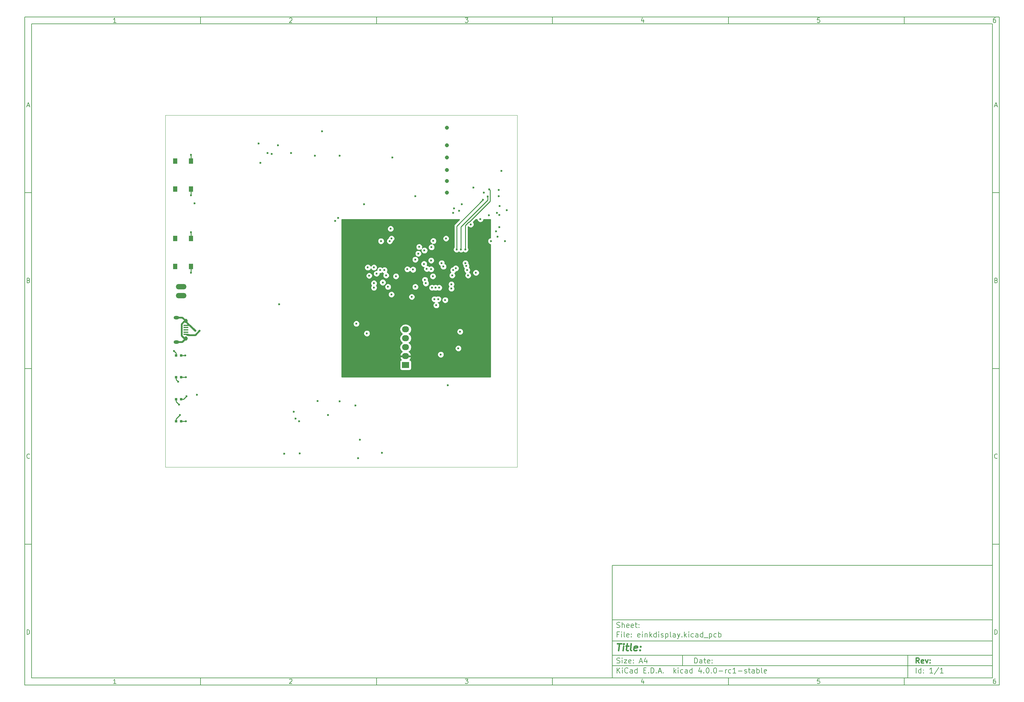
<source format=gbl>
G04 #@! TF.FileFunction,Copper,L4,Bot,Signal*
%FSLAX46Y46*%
G04 Gerber Fmt 4.6, Leading zero omitted, Abs format (unit mm)*
G04 Created by KiCad (PCBNEW 4.0.0-rc1-stable) date Tue 08 Dec 2015 07:53:02 AM PST*
%MOMM*%
G01*
G04 APERTURE LIST*
%ADD10C,0.100000*%
%ADD11C,0.150000*%
%ADD12C,0.300000*%
%ADD13C,0.400000*%
%ADD14R,0.797560X0.797560*%
%ADD15R,1.300000X1.550000*%
%ADD16O,0.950000X1.250000*%
%ADD17O,1.550000X1.000000*%
%ADD18O,3.014980X1.506220*%
%ADD19R,1.350000X0.400000*%
%ADD20R,2.032000X1.727200*%
%ADD21O,2.032000X1.727200*%
%ADD22C,1.143000*%
%ADD23C,0.600000*%
%ADD24C,0.250000*%
%ADD25C,0.500000*%
%ADD26C,0.254000*%
G04 APERTURE END LIST*
D10*
D11*
X177002200Y-166007200D02*
X177002200Y-198007200D01*
X285002200Y-198007200D01*
X285002200Y-166007200D01*
X177002200Y-166007200D01*
D10*
D11*
X10000000Y-10000000D02*
X10000000Y-200007200D01*
X287002200Y-200007200D01*
X287002200Y-10000000D01*
X10000000Y-10000000D01*
D10*
D11*
X12000000Y-12000000D02*
X12000000Y-198007200D01*
X285002200Y-198007200D01*
X285002200Y-12000000D01*
X12000000Y-12000000D01*
D10*
D11*
X60000000Y-12000000D02*
X60000000Y-10000000D01*
D10*
D11*
X110000000Y-12000000D02*
X110000000Y-10000000D01*
D10*
D11*
X160000000Y-12000000D02*
X160000000Y-10000000D01*
D10*
D11*
X210000000Y-12000000D02*
X210000000Y-10000000D01*
D10*
D11*
X260000000Y-12000000D02*
X260000000Y-10000000D01*
D10*
D11*
X35990476Y-11588095D02*
X35247619Y-11588095D01*
X35619048Y-11588095D02*
X35619048Y-10288095D01*
X35495238Y-10473810D01*
X35371429Y-10597619D01*
X35247619Y-10659524D01*
D10*
D11*
X85247619Y-10411905D02*
X85309524Y-10350000D01*
X85433333Y-10288095D01*
X85742857Y-10288095D01*
X85866667Y-10350000D01*
X85928571Y-10411905D01*
X85990476Y-10535714D01*
X85990476Y-10659524D01*
X85928571Y-10845238D01*
X85185714Y-11588095D01*
X85990476Y-11588095D01*
D10*
D11*
X135185714Y-10288095D02*
X135990476Y-10288095D01*
X135557143Y-10783333D01*
X135742857Y-10783333D01*
X135866667Y-10845238D01*
X135928571Y-10907143D01*
X135990476Y-11030952D01*
X135990476Y-11340476D01*
X135928571Y-11464286D01*
X135866667Y-11526190D01*
X135742857Y-11588095D01*
X135371429Y-11588095D01*
X135247619Y-11526190D01*
X135185714Y-11464286D01*
D10*
D11*
X185866667Y-10721429D02*
X185866667Y-11588095D01*
X185557143Y-10226190D02*
X185247619Y-11154762D01*
X186052381Y-11154762D01*
D10*
D11*
X235928571Y-10288095D02*
X235309524Y-10288095D01*
X235247619Y-10907143D01*
X235309524Y-10845238D01*
X235433333Y-10783333D01*
X235742857Y-10783333D01*
X235866667Y-10845238D01*
X235928571Y-10907143D01*
X235990476Y-11030952D01*
X235990476Y-11340476D01*
X235928571Y-11464286D01*
X235866667Y-11526190D01*
X235742857Y-11588095D01*
X235433333Y-11588095D01*
X235309524Y-11526190D01*
X235247619Y-11464286D01*
D10*
D11*
X285866667Y-10288095D02*
X285619048Y-10288095D01*
X285495238Y-10350000D01*
X285433333Y-10411905D01*
X285309524Y-10597619D01*
X285247619Y-10845238D01*
X285247619Y-11340476D01*
X285309524Y-11464286D01*
X285371429Y-11526190D01*
X285495238Y-11588095D01*
X285742857Y-11588095D01*
X285866667Y-11526190D01*
X285928571Y-11464286D01*
X285990476Y-11340476D01*
X285990476Y-11030952D01*
X285928571Y-10907143D01*
X285866667Y-10845238D01*
X285742857Y-10783333D01*
X285495238Y-10783333D01*
X285371429Y-10845238D01*
X285309524Y-10907143D01*
X285247619Y-11030952D01*
D10*
D11*
X60000000Y-198007200D02*
X60000000Y-200007200D01*
D10*
D11*
X110000000Y-198007200D02*
X110000000Y-200007200D01*
D10*
D11*
X160000000Y-198007200D02*
X160000000Y-200007200D01*
D10*
D11*
X210000000Y-198007200D02*
X210000000Y-200007200D01*
D10*
D11*
X260000000Y-198007200D02*
X260000000Y-200007200D01*
D10*
D11*
X35990476Y-199595295D02*
X35247619Y-199595295D01*
X35619048Y-199595295D02*
X35619048Y-198295295D01*
X35495238Y-198481010D01*
X35371429Y-198604819D01*
X35247619Y-198666724D01*
D10*
D11*
X85247619Y-198419105D02*
X85309524Y-198357200D01*
X85433333Y-198295295D01*
X85742857Y-198295295D01*
X85866667Y-198357200D01*
X85928571Y-198419105D01*
X85990476Y-198542914D01*
X85990476Y-198666724D01*
X85928571Y-198852438D01*
X85185714Y-199595295D01*
X85990476Y-199595295D01*
D10*
D11*
X135185714Y-198295295D02*
X135990476Y-198295295D01*
X135557143Y-198790533D01*
X135742857Y-198790533D01*
X135866667Y-198852438D01*
X135928571Y-198914343D01*
X135990476Y-199038152D01*
X135990476Y-199347676D01*
X135928571Y-199471486D01*
X135866667Y-199533390D01*
X135742857Y-199595295D01*
X135371429Y-199595295D01*
X135247619Y-199533390D01*
X135185714Y-199471486D01*
D10*
D11*
X185866667Y-198728629D02*
X185866667Y-199595295D01*
X185557143Y-198233390D02*
X185247619Y-199161962D01*
X186052381Y-199161962D01*
D10*
D11*
X235928571Y-198295295D02*
X235309524Y-198295295D01*
X235247619Y-198914343D01*
X235309524Y-198852438D01*
X235433333Y-198790533D01*
X235742857Y-198790533D01*
X235866667Y-198852438D01*
X235928571Y-198914343D01*
X235990476Y-199038152D01*
X235990476Y-199347676D01*
X235928571Y-199471486D01*
X235866667Y-199533390D01*
X235742857Y-199595295D01*
X235433333Y-199595295D01*
X235309524Y-199533390D01*
X235247619Y-199471486D01*
D10*
D11*
X285866667Y-198295295D02*
X285619048Y-198295295D01*
X285495238Y-198357200D01*
X285433333Y-198419105D01*
X285309524Y-198604819D01*
X285247619Y-198852438D01*
X285247619Y-199347676D01*
X285309524Y-199471486D01*
X285371429Y-199533390D01*
X285495238Y-199595295D01*
X285742857Y-199595295D01*
X285866667Y-199533390D01*
X285928571Y-199471486D01*
X285990476Y-199347676D01*
X285990476Y-199038152D01*
X285928571Y-198914343D01*
X285866667Y-198852438D01*
X285742857Y-198790533D01*
X285495238Y-198790533D01*
X285371429Y-198852438D01*
X285309524Y-198914343D01*
X285247619Y-199038152D01*
D10*
D11*
X10000000Y-60000000D02*
X12000000Y-60000000D01*
D10*
D11*
X10000000Y-110000000D02*
X12000000Y-110000000D01*
D10*
D11*
X10000000Y-160000000D02*
X12000000Y-160000000D01*
D10*
D11*
X10690476Y-35216667D02*
X11309524Y-35216667D01*
X10566667Y-35588095D02*
X11000000Y-34288095D01*
X11433333Y-35588095D01*
D10*
D11*
X11092857Y-84907143D02*
X11278571Y-84969048D01*
X11340476Y-85030952D01*
X11402381Y-85154762D01*
X11402381Y-85340476D01*
X11340476Y-85464286D01*
X11278571Y-85526190D01*
X11154762Y-85588095D01*
X10659524Y-85588095D01*
X10659524Y-84288095D01*
X11092857Y-84288095D01*
X11216667Y-84350000D01*
X11278571Y-84411905D01*
X11340476Y-84535714D01*
X11340476Y-84659524D01*
X11278571Y-84783333D01*
X11216667Y-84845238D01*
X11092857Y-84907143D01*
X10659524Y-84907143D01*
D10*
D11*
X11402381Y-135464286D02*
X11340476Y-135526190D01*
X11154762Y-135588095D01*
X11030952Y-135588095D01*
X10845238Y-135526190D01*
X10721429Y-135402381D01*
X10659524Y-135278571D01*
X10597619Y-135030952D01*
X10597619Y-134845238D01*
X10659524Y-134597619D01*
X10721429Y-134473810D01*
X10845238Y-134350000D01*
X11030952Y-134288095D01*
X11154762Y-134288095D01*
X11340476Y-134350000D01*
X11402381Y-134411905D01*
D10*
D11*
X10659524Y-185588095D02*
X10659524Y-184288095D01*
X10969048Y-184288095D01*
X11154762Y-184350000D01*
X11278571Y-184473810D01*
X11340476Y-184597619D01*
X11402381Y-184845238D01*
X11402381Y-185030952D01*
X11340476Y-185278571D01*
X11278571Y-185402381D01*
X11154762Y-185526190D01*
X10969048Y-185588095D01*
X10659524Y-185588095D01*
D10*
D11*
X287002200Y-60000000D02*
X285002200Y-60000000D01*
D10*
D11*
X287002200Y-110000000D02*
X285002200Y-110000000D01*
D10*
D11*
X287002200Y-160000000D02*
X285002200Y-160000000D01*
D10*
D11*
X285692676Y-35216667D02*
X286311724Y-35216667D01*
X285568867Y-35588095D02*
X286002200Y-34288095D01*
X286435533Y-35588095D01*
D10*
D11*
X286095057Y-84907143D02*
X286280771Y-84969048D01*
X286342676Y-85030952D01*
X286404581Y-85154762D01*
X286404581Y-85340476D01*
X286342676Y-85464286D01*
X286280771Y-85526190D01*
X286156962Y-85588095D01*
X285661724Y-85588095D01*
X285661724Y-84288095D01*
X286095057Y-84288095D01*
X286218867Y-84350000D01*
X286280771Y-84411905D01*
X286342676Y-84535714D01*
X286342676Y-84659524D01*
X286280771Y-84783333D01*
X286218867Y-84845238D01*
X286095057Y-84907143D01*
X285661724Y-84907143D01*
D10*
D11*
X286404581Y-135464286D02*
X286342676Y-135526190D01*
X286156962Y-135588095D01*
X286033152Y-135588095D01*
X285847438Y-135526190D01*
X285723629Y-135402381D01*
X285661724Y-135278571D01*
X285599819Y-135030952D01*
X285599819Y-134845238D01*
X285661724Y-134597619D01*
X285723629Y-134473810D01*
X285847438Y-134350000D01*
X286033152Y-134288095D01*
X286156962Y-134288095D01*
X286342676Y-134350000D01*
X286404581Y-134411905D01*
D10*
D11*
X285661724Y-185588095D02*
X285661724Y-184288095D01*
X285971248Y-184288095D01*
X286156962Y-184350000D01*
X286280771Y-184473810D01*
X286342676Y-184597619D01*
X286404581Y-184845238D01*
X286404581Y-185030952D01*
X286342676Y-185278571D01*
X286280771Y-185402381D01*
X286156962Y-185526190D01*
X285971248Y-185588095D01*
X285661724Y-185588095D01*
D10*
D11*
X200359343Y-193785771D02*
X200359343Y-192285771D01*
X200716486Y-192285771D01*
X200930771Y-192357200D01*
X201073629Y-192500057D01*
X201145057Y-192642914D01*
X201216486Y-192928629D01*
X201216486Y-193142914D01*
X201145057Y-193428629D01*
X201073629Y-193571486D01*
X200930771Y-193714343D01*
X200716486Y-193785771D01*
X200359343Y-193785771D01*
X202502200Y-193785771D02*
X202502200Y-193000057D01*
X202430771Y-192857200D01*
X202287914Y-192785771D01*
X202002200Y-192785771D01*
X201859343Y-192857200D01*
X202502200Y-193714343D02*
X202359343Y-193785771D01*
X202002200Y-193785771D01*
X201859343Y-193714343D01*
X201787914Y-193571486D01*
X201787914Y-193428629D01*
X201859343Y-193285771D01*
X202002200Y-193214343D01*
X202359343Y-193214343D01*
X202502200Y-193142914D01*
X203002200Y-192785771D02*
X203573629Y-192785771D01*
X203216486Y-192285771D02*
X203216486Y-193571486D01*
X203287914Y-193714343D01*
X203430772Y-193785771D01*
X203573629Y-193785771D01*
X204645057Y-193714343D02*
X204502200Y-193785771D01*
X204216486Y-193785771D01*
X204073629Y-193714343D01*
X204002200Y-193571486D01*
X204002200Y-193000057D01*
X204073629Y-192857200D01*
X204216486Y-192785771D01*
X204502200Y-192785771D01*
X204645057Y-192857200D01*
X204716486Y-193000057D01*
X204716486Y-193142914D01*
X204002200Y-193285771D01*
X205359343Y-193642914D02*
X205430771Y-193714343D01*
X205359343Y-193785771D01*
X205287914Y-193714343D01*
X205359343Y-193642914D01*
X205359343Y-193785771D01*
X205359343Y-192857200D02*
X205430771Y-192928629D01*
X205359343Y-193000057D01*
X205287914Y-192928629D01*
X205359343Y-192857200D01*
X205359343Y-193000057D01*
D10*
D11*
X177002200Y-194507200D02*
X285002200Y-194507200D01*
D10*
D11*
X178359343Y-196585771D02*
X178359343Y-195085771D01*
X179216486Y-196585771D02*
X178573629Y-195728629D01*
X179216486Y-195085771D02*
X178359343Y-195942914D01*
X179859343Y-196585771D02*
X179859343Y-195585771D01*
X179859343Y-195085771D02*
X179787914Y-195157200D01*
X179859343Y-195228629D01*
X179930771Y-195157200D01*
X179859343Y-195085771D01*
X179859343Y-195228629D01*
X181430772Y-196442914D02*
X181359343Y-196514343D01*
X181145057Y-196585771D01*
X181002200Y-196585771D01*
X180787915Y-196514343D01*
X180645057Y-196371486D01*
X180573629Y-196228629D01*
X180502200Y-195942914D01*
X180502200Y-195728629D01*
X180573629Y-195442914D01*
X180645057Y-195300057D01*
X180787915Y-195157200D01*
X181002200Y-195085771D01*
X181145057Y-195085771D01*
X181359343Y-195157200D01*
X181430772Y-195228629D01*
X182716486Y-196585771D02*
X182716486Y-195800057D01*
X182645057Y-195657200D01*
X182502200Y-195585771D01*
X182216486Y-195585771D01*
X182073629Y-195657200D01*
X182716486Y-196514343D02*
X182573629Y-196585771D01*
X182216486Y-196585771D01*
X182073629Y-196514343D01*
X182002200Y-196371486D01*
X182002200Y-196228629D01*
X182073629Y-196085771D01*
X182216486Y-196014343D01*
X182573629Y-196014343D01*
X182716486Y-195942914D01*
X184073629Y-196585771D02*
X184073629Y-195085771D01*
X184073629Y-196514343D02*
X183930772Y-196585771D01*
X183645058Y-196585771D01*
X183502200Y-196514343D01*
X183430772Y-196442914D01*
X183359343Y-196300057D01*
X183359343Y-195871486D01*
X183430772Y-195728629D01*
X183502200Y-195657200D01*
X183645058Y-195585771D01*
X183930772Y-195585771D01*
X184073629Y-195657200D01*
X185930772Y-195800057D02*
X186430772Y-195800057D01*
X186645058Y-196585771D02*
X185930772Y-196585771D01*
X185930772Y-195085771D01*
X186645058Y-195085771D01*
X187287915Y-196442914D02*
X187359343Y-196514343D01*
X187287915Y-196585771D01*
X187216486Y-196514343D01*
X187287915Y-196442914D01*
X187287915Y-196585771D01*
X188002201Y-196585771D02*
X188002201Y-195085771D01*
X188359344Y-195085771D01*
X188573629Y-195157200D01*
X188716487Y-195300057D01*
X188787915Y-195442914D01*
X188859344Y-195728629D01*
X188859344Y-195942914D01*
X188787915Y-196228629D01*
X188716487Y-196371486D01*
X188573629Y-196514343D01*
X188359344Y-196585771D01*
X188002201Y-196585771D01*
X189502201Y-196442914D02*
X189573629Y-196514343D01*
X189502201Y-196585771D01*
X189430772Y-196514343D01*
X189502201Y-196442914D01*
X189502201Y-196585771D01*
X190145058Y-196157200D02*
X190859344Y-196157200D01*
X190002201Y-196585771D02*
X190502201Y-195085771D01*
X191002201Y-196585771D01*
X191502201Y-196442914D02*
X191573629Y-196514343D01*
X191502201Y-196585771D01*
X191430772Y-196514343D01*
X191502201Y-196442914D01*
X191502201Y-196585771D01*
X194502201Y-196585771D02*
X194502201Y-195085771D01*
X194645058Y-196014343D02*
X195073629Y-196585771D01*
X195073629Y-195585771D02*
X194502201Y-196157200D01*
X195716487Y-196585771D02*
X195716487Y-195585771D01*
X195716487Y-195085771D02*
X195645058Y-195157200D01*
X195716487Y-195228629D01*
X195787915Y-195157200D01*
X195716487Y-195085771D01*
X195716487Y-195228629D01*
X197073630Y-196514343D02*
X196930773Y-196585771D01*
X196645059Y-196585771D01*
X196502201Y-196514343D01*
X196430773Y-196442914D01*
X196359344Y-196300057D01*
X196359344Y-195871486D01*
X196430773Y-195728629D01*
X196502201Y-195657200D01*
X196645059Y-195585771D01*
X196930773Y-195585771D01*
X197073630Y-195657200D01*
X198359344Y-196585771D02*
X198359344Y-195800057D01*
X198287915Y-195657200D01*
X198145058Y-195585771D01*
X197859344Y-195585771D01*
X197716487Y-195657200D01*
X198359344Y-196514343D02*
X198216487Y-196585771D01*
X197859344Y-196585771D01*
X197716487Y-196514343D01*
X197645058Y-196371486D01*
X197645058Y-196228629D01*
X197716487Y-196085771D01*
X197859344Y-196014343D01*
X198216487Y-196014343D01*
X198359344Y-195942914D01*
X199716487Y-196585771D02*
X199716487Y-195085771D01*
X199716487Y-196514343D02*
X199573630Y-196585771D01*
X199287916Y-196585771D01*
X199145058Y-196514343D01*
X199073630Y-196442914D01*
X199002201Y-196300057D01*
X199002201Y-195871486D01*
X199073630Y-195728629D01*
X199145058Y-195657200D01*
X199287916Y-195585771D01*
X199573630Y-195585771D01*
X199716487Y-195657200D01*
X202216487Y-195585771D02*
X202216487Y-196585771D01*
X201859344Y-195014343D02*
X201502201Y-196085771D01*
X202430773Y-196085771D01*
X203002201Y-196442914D02*
X203073629Y-196514343D01*
X203002201Y-196585771D01*
X202930772Y-196514343D01*
X203002201Y-196442914D01*
X203002201Y-196585771D01*
X204002201Y-195085771D02*
X204145058Y-195085771D01*
X204287915Y-195157200D01*
X204359344Y-195228629D01*
X204430773Y-195371486D01*
X204502201Y-195657200D01*
X204502201Y-196014343D01*
X204430773Y-196300057D01*
X204359344Y-196442914D01*
X204287915Y-196514343D01*
X204145058Y-196585771D01*
X204002201Y-196585771D01*
X203859344Y-196514343D01*
X203787915Y-196442914D01*
X203716487Y-196300057D01*
X203645058Y-196014343D01*
X203645058Y-195657200D01*
X203716487Y-195371486D01*
X203787915Y-195228629D01*
X203859344Y-195157200D01*
X204002201Y-195085771D01*
X205145058Y-196442914D02*
X205216486Y-196514343D01*
X205145058Y-196585771D01*
X205073629Y-196514343D01*
X205145058Y-196442914D01*
X205145058Y-196585771D01*
X206145058Y-195085771D02*
X206287915Y-195085771D01*
X206430772Y-195157200D01*
X206502201Y-195228629D01*
X206573630Y-195371486D01*
X206645058Y-195657200D01*
X206645058Y-196014343D01*
X206573630Y-196300057D01*
X206502201Y-196442914D01*
X206430772Y-196514343D01*
X206287915Y-196585771D01*
X206145058Y-196585771D01*
X206002201Y-196514343D01*
X205930772Y-196442914D01*
X205859344Y-196300057D01*
X205787915Y-196014343D01*
X205787915Y-195657200D01*
X205859344Y-195371486D01*
X205930772Y-195228629D01*
X206002201Y-195157200D01*
X206145058Y-195085771D01*
X207287915Y-196014343D02*
X208430772Y-196014343D01*
X209145058Y-196585771D02*
X209145058Y-195585771D01*
X209145058Y-195871486D02*
X209216486Y-195728629D01*
X209287915Y-195657200D01*
X209430772Y-195585771D01*
X209573629Y-195585771D01*
X210716486Y-196514343D02*
X210573629Y-196585771D01*
X210287915Y-196585771D01*
X210145057Y-196514343D01*
X210073629Y-196442914D01*
X210002200Y-196300057D01*
X210002200Y-195871486D01*
X210073629Y-195728629D01*
X210145057Y-195657200D01*
X210287915Y-195585771D01*
X210573629Y-195585771D01*
X210716486Y-195657200D01*
X212145057Y-196585771D02*
X211287914Y-196585771D01*
X211716486Y-196585771D02*
X211716486Y-195085771D01*
X211573629Y-195300057D01*
X211430771Y-195442914D01*
X211287914Y-195514343D01*
X212787914Y-196014343D02*
X213930771Y-196014343D01*
X214573628Y-196514343D02*
X214716485Y-196585771D01*
X215002200Y-196585771D01*
X215145057Y-196514343D01*
X215216485Y-196371486D01*
X215216485Y-196300057D01*
X215145057Y-196157200D01*
X215002200Y-196085771D01*
X214787914Y-196085771D01*
X214645057Y-196014343D01*
X214573628Y-195871486D01*
X214573628Y-195800057D01*
X214645057Y-195657200D01*
X214787914Y-195585771D01*
X215002200Y-195585771D01*
X215145057Y-195657200D01*
X215645057Y-195585771D02*
X216216486Y-195585771D01*
X215859343Y-195085771D02*
X215859343Y-196371486D01*
X215930771Y-196514343D01*
X216073629Y-196585771D01*
X216216486Y-196585771D01*
X217359343Y-196585771D02*
X217359343Y-195800057D01*
X217287914Y-195657200D01*
X217145057Y-195585771D01*
X216859343Y-195585771D01*
X216716486Y-195657200D01*
X217359343Y-196514343D02*
X217216486Y-196585771D01*
X216859343Y-196585771D01*
X216716486Y-196514343D01*
X216645057Y-196371486D01*
X216645057Y-196228629D01*
X216716486Y-196085771D01*
X216859343Y-196014343D01*
X217216486Y-196014343D01*
X217359343Y-195942914D01*
X218073629Y-196585771D02*
X218073629Y-195085771D01*
X218073629Y-195657200D02*
X218216486Y-195585771D01*
X218502200Y-195585771D01*
X218645057Y-195657200D01*
X218716486Y-195728629D01*
X218787915Y-195871486D01*
X218787915Y-196300057D01*
X218716486Y-196442914D01*
X218645057Y-196514343D01*
X218502200Y-196585771D01*
X218216486Y-196585771D01*
X218073629Y-196514343D01*
X219645058Y-196585771D02*
X219502200Y-196514343D01*
X219430772Y-196371486D01*
X219430772Y-195085771D01*
X220787914Y-196514343D02*
X220645057Y-196585771D01*
X220359343Y-196585771D01*
X220216486Y-196514343D01*
X220145057Y-196371486D01*
X220145057Y-195800057D01*
X220216486Y-195657200D01*
X220359343Y-195585771D01*
X220645057Y-195585771D01*
X220787914Y-195657200D01*
X220859343Y-195800057D01*
X220859343Y-195942914D01*
X220145057Y-196085771D01*
D10*
D11*
X177002200Y-191507200D02*
X285002200Y-191507200D01*
D10*
D12*
X264216486Y-193785771D02*
X263716486Y-193071486D01*
X263359343Y-193785771D02*
X263359343Y-192285771D01*
X263930771Y-192285771D01*
X264073629Y-192357200D01*
X264145057Y-192428629D01*
X264216486Y-192571486D01*
X264216486Y-192785771D01*
X264145057Y-192928629D01*
X264073629Y-193000057D01*
X263930771Y-193071486D01*
X263359343Y-193071486D01*
X265430771Y-193714343D02*
X265287914Y-193785771D01*
X265002200Y-193785771D01*
X264859343Y-193714343D01*
X264787914Y-193571486D01*
X264787914Y-193000057D01*
X264859343Y-192857200D01*
X265002200Y-192785771D01*
X265287914Y-192785771D01*
X265430771Y-192857200D01*
X265502200Y-193000057D01*
X265502200Y-193142914D01*
X264787914Y-193285771D01*
X266002200Y-192785771D02*
X266359343Y-193785771D01*
X266716485Y-192785771D01*
X267287914Y-193642914D02*
X267359342Y-193714343D01*
X267287914Y-193785771D01*
X267216485Y-193714343D01*
X267287914Y-193642914D01*
X267287914Y-193785771D01*
X267287914Y-192857200D02*
X267359342Y-192928629D01*
X267287914Y-193000057D01*
X267216485Y-192928629D01*
X267287914Y-192857200D01*
X267287914Y-193000057D01*
D10*
D11*
X178287914Y-193714343D02*
X178502200Y-193785771D01*
X178859343Y-193785771D01*
X179002200Y-193714343D01*
X179073629Y-193642914D01*
X179145057Y-193500057D01*
X179145057Y-193357200D01*
X179073629Y-193214343D01*
X179002200Y-193142914D01*
X178859343Y-193071486D01*
X178573629Y-193000057D01*
X178430771Y-192928629D01*
X178359343Y-192857200D01*
X178287914Y-192714343D01*
X178287914Y-192571486D01*
X178359343Y-192428629D01*
X178430771Y-192357200D01*
X178573629Y-192285771D01*
X178930771Y-192285771D01*
X179145057Y-192357200D01*
X179787914Y-193785771D02*
X179787914Y-192785771D01*
X179787914Y-192285771D02*
X179716485Y-192357200D01*
X179787914Y-192428629D01*
X179859342Y-192357200D01*
X179787914Y-192285771D01*
X179787914Y-192428629D01*
X180359343Y-192785771D02*
X181145057Y-192785771D01*
X180359343Y-193785771D01*
X181145057Y-193785771D01*
X182287914Y-193714343D02*
X182145057Y-193785771D01*
X181859343Y-193785771D01*
X181716486Y-193714343D01*
X181645057Y-193571486D01*
X181645057Y-193000057D01*
X181716486Y-192857200D01*
X181859343Y-192785771D01*
X182145057Y-192785771D01*
X182287914Y-192857200D01*
X182359343Y-193000057D01*
X182359343Y-193142914D01*
X181645057Y-193285771D01*
X183002200Y-193642914D02*
X183073628Y-193714343D01*
X183002200Y-193785771D01*
X182930771Y-193714343D01*
X183002200Y-193642914D01*
X183002200Y-193785771D01*
X183002200Y-192857200D02*
X183073628Y-192928629D01*
X183002200Y-193000057D01*
X182930771Y-192928629D01*
X183002200Y-192857200D01*
X183002200Y-193000057D01*
X184787914Y-193357200D02*
X185502200Y-193357200D01*
X184645057Y-193785771D02*
X185145057Y-192285771D01*
X185645057Y-193785771D01*
X186787914Y-192785771D02*
X186787914Y-193785771D01*
X186430771Y-192214343D02*
X186073628Y-193285771D01*
X187002200Y-193285771D01*
D10*
D11*
X263359343Y-196585771D02*
X263359343Y-195085771D01*
X264716486Y-196585771D02*
X264716486Y-195085771D01*
X264716486Y-196514343D02*
X264573629Y-196585771D01*
X264287915Y-196585771D01*
X264145057Y-196514343D01*
X264073629Y-196442914D01*
X264002200Y-196300057D01*
X264002200Y-195871486D01*
X264073629Y-195728629D01*
X264145057Y-195657200D01*
X264287915Y-195585771D01*
X264573629Y-195585771D01*
X264716486Y-195657200D01*
X265430772Y-196442914D02*
X265502200Y-196514343D01*
X265430772Y-196585771D01*
X265359343Y-196514343D01*
X265430772Y-196442914D01*
X265430772Y-196585771D01*
X265430772Y-195657200D02*
X265502200Y-195728629D01*
X265430772Y-195800057D01*
X265359343Y-195728629D01*
X265430772Y-195657200D01*
X265430772Y-195800057D01*
X268073629Y-196585771D02*
X267216486Y-196585771D01*
X267645058Y-196585771D02*
X267645058Y-195085771D01*
X267502201Y-195300057D01*
X267359343Y-195442914D01*
X267216486Y-195514343D01*
X269787914Y-195014343D02*
X268502200Y-196942914D01*
X271073629Y-196585771D02*
X270216486Y-196585771D01*
X270645058Y-196585771D02*
X270645058Y-195085771D01*
X270502201Y-195300057D01*
X270359343Y-195442914D01*
X270216486Y-195514343D01*
D10*
D11*
X177002200Y-187507200D02*
X285002200Y-187507200D01*
D10*
D13*
X178454581Y-188211962D02*
X179597438Y-188211962D01*
X178776010Y-190211962D02*
X179026010Y-188211962D01*
X180014105Y-190211962D02*
X180180771Y-188878629D01*
X180264105Y-188211962D02*
X180156962Y-188307200D01*
X180240295Y-188402438D01*
X180347439Y-188307200D01*
X180264105Y-188211962D01*
X180240295Y-188402438D01*
X180847438Y-188878629D02*
X181609343Y-188878629D01*
X181216486Y-188211962D02*
X181002200Y-189926248D01*
X181073630Y-190116724D01*
X181252201Y-190211962D01*
X181442677Y-190211962D01*
X182395058Y-190211962D02*
X182216487Y-190116724D01*
X182145057Y-189926248D01*
X182359343Y-188211962D01*
X183930772Y-190116724D02*
X183728391Y-190211962D01*
X183347439Y-190211962D01*
X183168867Y-190116724D01*
X183097438Y-189926248D01*
X183192676Y-189164343D01*
X183311724Y-188973867D01*
X183514105Y-188878629D01*
X183895057Y-188878629D01*
X184073629Y-188973867D01*
X184145057Y-189164343D01*
X184121248Y-189354819D01*
X183145057Y-189545295D01*
X184895057Y-190021486D02*
X184978392Y-190116724D01*
X184871248Y-190211962D01*
X184787915Y-190116724D01*
X184895057Y-190021486D01*
X184871248Y-190211962D01*
X185026010Y-188973867D02*
X185109344Y-189069105D01*
X185002200Y-189164343D01*
X184918867Y-189069105D01*
X185026010Y-188973867D01*
X185002200Y-189164343D01*
D10*
D11*
X178859343Y-185600057D02*
X178359343Y-185600057D01*
X178359343Y-186385771D02*
X178359343Y-184885771D01*
X179073629Y-184885771D01*
X179645057Y-186385771D02*
X179645057Y-185385771D01*
X179645057Y-184885771D02*
X179573628Y-184957200D01*
X179645057Y-185028629D01*
X179716485Y-184957200D01*
X179645057Y-184885771D01*
X179645057Y-185028629D01*
X180573629Y-186385771D02*
X180430771Y-186314343D01*
X180359343Y-186171486D01*
X180359343Y-184885771D01*
X181716485Y-186314343D02*
X181573628Y-186385771D01*
X181287914Y-186385771D01*
X181145057Y-186314343D01*
X181073628Y-186171486D01*
X181073628Y-185600057D01*
X181145057Y-185457200D01*
X181287914Y-185385771D01*
X181573628Y-185385771D01*
X181716485Y-185457200D01*
X181787914Y-185600057D01*
X181787914Y-185742914D01*
X181073628Y-185885771D01*
X182430771Y-186242914D02*
X182502199Y-186314343D01*
X182430771Y-186385771D01*
X182359342Y-186314343D01*
X182430771Y-186242914D01*
X182430771Y-186385771D01*
X182430771Y-185457200D02*
X182502199Y-185528629D01*
X182430771Y-185600057D01*
X182359342Y-185528629D01*
X182430771Y-185457200D01*
X182430771Y-185600057D01*
X184859342Y-186314343D02*
X184716485Y-186385771D01*
X184430771Y-186385771D01*
X184287914Y-186314343D01*
X184216485Y-186171486D01*
X184216485Y-185600057D01*
X184287914Y-185457200D01*
X184430771Y-185385771D01*
X184716485Y-185385771D01*
X184859342Y-185457200D01*
X184930771Y-185600057D01*
X184930771Y-185742914D01*
X184216485Y-185885771D01*
X185573628Y-186385771D02*
X185573628Y-185385771D01*
X185573628Y-184885771D02*
X185502199Y-184957200D01*
X185573628Y-185028629D01*
X185645056Y-184957200D01*
X185573628Y-184885771D01*
X185573628Y-185028629D01*
X186287914Y-185385771D02*
X186287914Y-186385771D01*
X186287914Y-185528629D02*
X186359342Y-185457200D01*
X186502200Y-185385771D01*
X186716485Y-185385771D01*
X186859342Y-185457200D01*
X186930771Y-185600057D01*
X186930771Y-186385771D01*
X187645057Y-186385771D02*
X187645057Y-184885771D01*
X187787914Y-185814343D02*
X188216485Y-186385771D01*
X188216485Y-185385771D02*
X187645057Y-185957200D01*
X189502200Y-186385771D02*
X189502200Y-184885771D01*
X189502200Y-186314343D02*
X189359343Y-186385771D01*
X189073629Y-186385771D01*
X188930771Y-186314343D01*
X188859343Y-186242914D01*
X188787914Y-186100057D01*
X188787914Y-185671486D01*
X188859343Y-185528629D01*
X188930771Y-185457200D01*
X189073629Y-185385771D01*
X189359343Y-185385771D01*
X189502200Y-185457200D01*
X190216486Y-186385771D02*
X190216486Y-185385771D01*
X190216486Y-184885771D02*
X190145057Y-184957200D01*
X190216486Y-185028629D01*
X190287914Y-184957200D01*
X190216486Y-184885771D01*
X190216486Y-185028629D01*
X190859343Y-186314343D02*
X191002200Y-186385771D01*
X191287915Y-186385771D01*
X191430772Y-186314343D01*
X191502200Y-186171486D01*
X191502200Y-186100057D01*
X191430772Y-185957200D01*
X191287915Y-185885771D01*
X191073629Y-185885771D01*
X190930772Y-185814343D01*
X190859343Y-185671486D01*
X190859343Y-185600057D01*
X190930772Y-185457200D01*
X191073629Y-185385771D01*
X191287915Y-185385771D01*
X191430772Y-185457200D01*
X192145058Y-185385771D02*
X192145058Y-186885771D01*
X192145058Y-185457200D02*
X192287915Y-185385771D01*
X192573629Y-185385771D01*
X192716486Y-185457200D01*
X192787915Y-185528629D01*
X192859344Y-185671486D01*
X192859344Y-186100057D01*
X192787915Y-186242914D01*
X192716486Y-186314343D01*
X192573629Y-186385771D01*
X192287915Y-186385771D01*
X192145058Y-186314343D01*
X193716487Y-186385771D02*
X193573629Y-186314343D01*
X193502201Y-186171486D01*
X193502201Y-184885771D01*
X194930772Y-186385771D02*
X194930772Y-185600057D01*
X194859343Y-185457200D01*
X194716486Y-185385771D01*
X194430772Y-185385771D01*
X194287915Y-185457200D01*
X194930772Y-186314343D02*
X194787915Y-186385771D01*
X194430772Y-186385771D01*
X194287915Y-186314343D01*
X194216486Y-186171486D01*
X194216486Y-186028629D01*
X194287915Y-185885771D01*
X194430772Y-185814343D01*
X194787915Y-185814343D01*
X194930772Y-185742914D01*
X195502201Y-185385771D02*
X195859344Y-186385771D01*
X196216486Y-185385771D02*
X195859344Y-186385771D01*
X195716486Y-186742914D01*
X195645058Y-186814343D01*
X195502201Y-186885771D01*
X196787915Y-186242914D02*
X196859343Y-186314343D01*
X196787915Y-186385771D01*
X196716486Y-186314343D01*
X196787915Y-186242914D01*
X196787915Y-186385771D01*
X197502201Y-186385771D02*
X197502201Y-184885771D01*
X197645058Y-185814343D02*
X198073629Y-186385771D01*
X198073629Y-185385771D02*
X197502201Y-185957200D01*
X198716487Y-186385771D02*
X198716487Y-185385771D01*
X198716487Y-184885771D02*
X198645058Y-184957200D01*
X198716487Y-185028629D01*
X198787915Y-184957200D01*
X198716487Y-184885771D01*
X198716487Y-185028629D01*
X200073630Y-186314343D02*
X199930773Y-186385771D01*
X199645059Y-186385771D01*
X199502201Y-186314343D01*
X199430773Y-186242914D01*
X199359344Y-186100057D01*
X199359344Y-185671486D01*
X199430773Y-185528629D01*
X199502201Y-185457200D01*
X199645059Y-185385771D01*
X199930773Y-185385771D01*
X200073630Y-185457200D01*
X201359344Y-186385771D02*
X201359344Y-185600057D01*
X201287915Y-185457200D01*
X201145058Y-185385771D01*
X200859344Y-185385771D01*
X200716487Y-185457200D01*
X201359344Y-186314343D02*
X201216487Y-186385771D01*
X200859344Y-186385771D01*
X200716487Y-186314343D01*
X200645058Y-186171486D01*
X200645058Y-186028629D01*
X200716487Y-185885771D01*
X200859344Y-185814343D01*
X201216487Y-185814343D01*
X201359344Y-185742914D01*
X202716487Y-186385771D02*
X202716487Y-184885771D01*
X202716487Y-186314343D02*
X202573630Y-186385771D01*
X202287916Y-186385771D01*
X202145058Y-186314343D01*
X202073630Y-186242914D01*
X202002201Y-186100057D01*
X202002201Y-185671486D01*
X202073630Y-185528629D01*
X202145058Y-185457200D01*
X202287916Y-185385771D01*
X202573630Y-185385771D01*
X202716487Y-185457200D01*
X203073630Y-186528629D02*
X204216487Y-186528629D01*
X204573630Y-185385771D02*
X204573630Y-186885771D01*
X204573630Y-185457200D02*
X204716487Y-185385771D01*
X205002201Y-185385771D01*
X205145058Y-185457200D01*
X205216487Y-185528629D01*
X205287916Y-185671486D01*
X205287916Y-186100057D01*
X205216487Y-186242914D01*
X205145058Y-186314343D01*
X205002201Y-186385771D01*
X204716487Y-186385771D01*
X204573630Y-186314343D01*
X206573630Y-186314343D02*
X206430773Y-186385771D01*
X206145059Y-186385771D01*
X206002201Y-186314343D01*
X205930773Y-186242914D01*
X205859344Y-186100057D01*
X205859344Y-185671486D01*
X205930773Y-185528629D01*
X206002201Y-185457200D01*
X206145059Y-185385771D01*
X206430773Y-185385771D01*
X206573630Y-185457200D01*
X207216487Y-186385771D02*
X207216487Y-184885771D01*
X207216487Y-185457200D02*
X207359344Y-185385771D01*
X207645058Y-185385771D01*
X207787915Y-185457200D01*
X207859344Y-185528629D01*
X207930773Y-185671486D01*
X207930773Y-186100057D01*
X207859344Y-186242914D01*
X207787915Y-186314343D01*
X207645058Y-186385771D01*
X207359344Y-186385771D01*
X207216487Y-186314343D01*
D10*
D11*
X177002200Y-181507200D02*
X285002200Y-181507200D01*
D10*
D11*
X178287914Y-183614343D02*
X178502200Y-183685771D01*
X178859343Y-183685771D01*
X179002200Y-183614343D01*
X179073629Y-183542914D01*
X179145057Y-183400057D01*
X179145057Y-183257200D01*
X179073629Y-183114343D01*
X179002200Y-183042914D01*
X178859343Y-182971486D01*
X178573629Y-182900057D01*
X178430771Y-182828629D01*
X178359343Y-182757200D01*
X178287914Y-182614343D01*
X178287914Y-182471486D01*
X178359343Y-182328629D01*
X178430771Y-182257200D01*
X178573629Y-182185771D01*
X178930771Y-182185771D01*
X179145057Y-182257200D01*
X179787914Y-183685771D02*
X179787914Y-182185771D01*
X180430771Y-183685771D02*
X180430771Y-182900057D01*
X180359342Y-182757200D01*
X180216485Y-182685771D01*
X180002200Y-182685771D01*
X179859342Y-182757200D01*
X179787914Y-182828629D01*
X181716485Y-183614343D02*
X181573628Y-183685771D01*
X181287914Y-183685771D01*
X181145057Y-183614343D01*
X181073628Y-183471486D01*
X181073628Y-182900057D01*
X181145057Y-182757200D01*
X181287914Y-182685771D01*
X181573628Y-182685771D01*
X181716485Y-182757200D01*
X181787914Y-182900057D01*
X181787914Y-183042914D01*
X181073628Y-183185771D01*
X183002199Y-183614343D02*
X182859342Y-183685771D01*
X182573628Y-183685771D01*
X182430771Y-183614343D01*
X182359342Y-183471486D01*
X182359342Y-182900057D01*
X182430771Y-182757200D01*
X182573628Y-182685771D01*
X182859342Y-182685771D01*
X183002199Y-182757200D01*
X183073628Y-182900057D01*
X183073628Y-183042914D01*
X182359342Y-183185771D01*
X183502199Y-182685771D02*
X184073628Y-182685771D01*
X183716485Y-182185771D02*
X183716485Y-183471486D01*
X183787913Y-183614343D01*
X183930771Y-183685771D01*
X184073628Y-183685771D01*
X184573628Y-183542914D02*
X184645056Y-183614343D01*
X184573628Y-183685771D01*
X184502199Y-183614343D01*
X184573628Y-183542914D01*
X184573628Y-183685771D01*
X184573628Y-182757200D02*
X184645056Y-182828629D01*
X184573628Y-182900057D01*
X184502199Y-182828629D01*
X184573628Y-182757200D01*
X184573628Y-182900057D01*
D10*
D11*
X197002200Y-191507200D02*
X197002200Y-194507200D01*
D10*
D11*
X261002200Y-191507200D02*
X261002200Y-198007200D01*
D10*
X50000000Y-138000000D02*
X50000000Y-38000000D01*
X150000000Y-138000000D02*
X50000000Y-138000000D01*
X150000000Y-38000000D02*
X150000000Y-138000000D01*
X50000000Y-38000000D02*
X150000000Y-38000000D01*
D14*
X53000700Y-125000000D03*
X54499300Y-125000000D03*
X53000700Y-118750000D03*
X54499300Y-118750000D03*
X53001400Y-112500000D03*
X54500000Y-112500000D03*
X53001400Y-106250000D03*
X54500000Y-106250000D03*
D15*
X57250000Y-73000000D03*
X52750000Y-73000000D03*
X52750000Y-80950000D03*
X57250000Y-80950000D03*
X57250000Y-51000000D03*
X52750000Y-51000000D03*
X52750000Y-58950000D03*
X57250000Y-58950000D03*
D16*
X55812540Y-96500900D03*
X55812540Y-101500900D03*
D17*
X53112540Y-95500900D03*
X53112540Y-102500900D03*
D18*
X54500000Y-86730000D03*
X54500000Y-89270000D03*
D19*
X55812540Y-100300900D03*
X55812540Y-99650900D03*
X55812540Y-99000900D03*
X55812540Y-98350900D03*
X55812540Y-97700900D03*
D16*
X55812540Y-101500900D03*
X55812540Y-96500900D03*
D17*
X53112540Y-102500900D03*
X53112540Y-95500900D03*
D20*
X118250000Y-109000000D03*
D21*
X118250000Y-106460000D03*
X118250000Y-103920000D03*
X118250000Y-101380000D03*
X118250000Y-98840000D03*
D22*
X130000000Y-60000000D03*
X130000000Y-50000000D03*
X130000000Y-41500000D03*
X130000000Y-56700000D03*
X130000000Y-46500000D03*
X130000000Y-53500000D03*
D23*
X57250000Y-82750000D03*
X57250000Y-71250000D03*
X57250000Y-60750000D03*
X57250000Y-49250000D03*
X59000000Y-117500000D03*
X139500006Y-67500000D03*
X144875020Y-69766956D03*
X120000000Y-89600000D03*
X129750000Y-73000000D03*
X118750000Y-81750000D03*
X107250000Y-100000000D03*
X93250000Y-119250000D03*
X99500000Y-119325031D03*
X104000000Y-120500000D03*
X104750000Y-135500000D03*
X111500000Y-134000000D03*
X83750000Y-134250000D03*
X130250000Y-114750000D03*
X82350000Y-91750000D03*
X104250000Y-97250000D03*
X82000000Y-46500000D03*
X85750000Y-48750000D03*
X126982631Y-92000000D03*
X140499996Y-60000000D03*
X138250000Y-82750000D03*
X145500000Y-53750000D03*
X137500000Y-58500000D03*
X106500000Y-63250000D03*
X144350000Y-72500000D03*
X134250000Y-63250000D03*
X99500000Y-49500000D03*
X94500000Y-42500000D03*
X92500000Y-49500000D03*
X114500000Y-50000000D03*
X77000000Y-51500000D03*
X76500000Y-46000000D03*
X58500000Y-99249988D03*
X111250000Y-73750014D03*
X52400000Y-105000000D03*
X59750000Y-99250000D03*
X53590372Y-113738452D03*
X58250000Y-63000000D03*
X126310547Y-109149099D03*
X106750000Y-108500000D03*
X136000000Y-109012860D03*
X131750000Y-108983699D03*
X104000000Y-108500000D03*
X112750002Y-100000000D03*
X129750000Y-71499992D03*
X113500000Y-82000002D03*
X103750000Y-72500000D03*
X126993936Y-93500000D03*
X138250000Y-84250000D03*
X116305579Y-82653327D03*
X121000000Y-61000000D03*
X142500000Y-73749998D03*
X146499996Y-73750000D03*
X133750000Y-99500000D03*
X133249996Y-104250000D03*
X55687565Y-106250000D03*
X55800000Y-112500000D03*
X55998080Y-117900000D03*
X54173939Y-123177981D03*
X135250000Y-76125032D03*
X142000000Y-59000000D03*
X134000000Y-76125032D03*
X141624980Y-61050013D03*
X132750000Y-76125032D03*
X140249998Y-62000002D03*
X123500000Y-80250000D03*
X145000000Y-63750000D03*
X123602670Y-76412191D03*
X144250000Y-65750000D03*
X125624980Y-75500012D03*
X144874980Y-66281437D03*
X144749994Y-61000000D03*
X136750000Y-69000002D03*
X144750012Y-59250000D03*
X126124980Y-73700000D03*
X141970483Y-66440965D03*
X122100000Y-75400000D03*
X131750000Y-65750000D03*
X125500000Y-79250000D03*
X147000002Y-64999998D03*
X132000002Y-64500000D03*
X121000000Y-79000000D03*
X129499999Y-90500000D03*
X126000000Y-83750000D03*
X98250004Y-68000000D03*
X78999996Y-48750000D03*
X99065694Y-67184306D03*
X80250000Y-49000000D03*
X136000000Y-83500000D03*
X105250000Y-130250000D03*
X128249998Y-106000000D03*
X88150300Y-134099700D03*
X120358573Y-81857317D03*
X114000000Y-70250000D03*
X111749980Y-85500012D03*
X123750000Y-84750000D03*
X115500000Y-83750000D03*
X112250000Y-82000008D03*
X120999978Y-86750000D03*
X113250012Y-86750000D03*
X127500000Y-90250010D03*
X114226918Y-88925041D03*
X126750002Y-87000000D03*
X110000000Y-83000000D03*
X112703913Y-83500021D03*
X127800013Y-87000000D03*
X125750000Y-87000000D03*
X107908043Y-83591955D03*
X124000004Y-85750000D03*
X107500000Y-81250000D03*
X125500000Y-81750000D03*
X114250000Y-73000000D03*
X124272284Y-81624980D03*
X113750000Y-73750000D03*
X131274947Y-87271324D03*
X109250000Y-87000000D03*
X131274947Y-86025020D03*
X109250000Y-85750000D03*
X87000000Y-124250002D03*
X132508958Y-81497014D03*
X96250002Y-123250000D03*
X135502986Y-80758958D03*
X86500000Y-122250000D03*
X131750000Y-82000006D03*
X88000000Y-125000000D03*
X135250000Y-80000000D03*
X111000000Y-82000000D03*
X129000000Y-81000000D03*
X109250006Y-81250000D03*
X128499997Y-80000003D03*
X133499990Y-65174980D03*
X121832736Y-77300000D03*
X53851920Y-120250000D03*
X55838595Y-125000000D03*
X131499994Y-83500000D03*
X52750000Y-80975000D03*
X52750000Y-73025000D03*
X126449994Y-90253144D03*
X52750000Y-51000000D03*
X52750000Y-58950000D03*
X144000000Y-71000012D03*
X135750004Y-82000000D03*
D24*
X57250000Y-80950000D02*
X57250000Y-82750000D01*
X57250000Y-73000000D02*
X57250000Y-71250000D01*
X57250000Y-58950000D02*
X57250000Y-60750000D01*
X57250000Y-51000000D02*
X57250000Y-49250000D01*
D25*
X55812540Y-101500900D02*
X55375900Y-101500900D01*
X55375900Y-101500900D02*
X54600000Y-100725000D01*
X54600000Y-100725000D02*
X54600000Y-97400000D01*
X54600000Y-97400000D02*
X55349100Y-96650900D01*
X55349100Y-96650900D02*
X55812540Y-96650900D01*
X55812540Y-96650900D02*
X55812540Y-96500900D01*
X56524627Y-97362987D02*
X57065901Y-97904261D01*
X57065901Y-97904261D02*
X58411628Y-99249988D01*
D24*
X55812540Y-97700900D02*
X56737540Y-97700900D01*
X56737540Y-97700900D02*
X56940901Y-97904261D01*
X56940901Y-97904261D02*
X57065901Y-97904261D01*
D25*
X55812540Y-96650900D02*
X56524627Y-97362987D01*
D24*
X55812540Y-97700900D02*
X56186714Y-97700900D01*
X56186714Y-97700900D02*
X56524627Y-97362987D01*
D25*
X58200001Y-98949989D02*
X58500000Y-99249988D01*
X56950912Y-97700900D02*
X58200001Y-98949989D01*
D24*
X55812540Y-97700900D02*
X56730770Y-97700900D01*
D25*
X58411628Y-99249988D02*
X58500000Y-99249988D01*
X53112540Y-102500900D02*
X54812540Y-102500900D01*
X54812540Y-102500900D02*
X55812540Y-101500900D01*
X53112540Y-95500900D02*
X54812540Y-95500900D01*
X54812540Y-95500900D02*
X55812540Y-96500900D01*
D24*
X53001400Y-106250000D02*
X53001400Y-105601400D01*
X53001400Y-105601400D02*
X52400000Y-105000000D01*
X55812540Y-100300900D02*
X55893924Y-100300900D01*
X55893924Y-100300900D02*
X56093024Y-100500000D01*
X56093024Y-100500000D02*
X56500000Y-100500000D01*
D25*
X56796281Y-100500000D02*
X56500000Y-100500000D01*
X58500000Y-100500000D02*
X56796281Y-100500000D01*
D24*
X56796281Y-100500000D02*
X56796281Y-100359641D01*
X56796281Y-100359641D02*
X56737540Y-100300900D01*
X56737540Y-100300900D02*
X55812540Y-100300900D01*
D25*
X59750000Y-99250000D02*
X58500000Y-100500000D01*
D24*
X53001400Y-112500000D02*
X53001400Y-113149480D01*
X53001400Y-113149480D02*
X53590372Y-113738452D01*
X54500000Y-106250000D02*
X55687565Y-106250000D01*
X55800000Y-112500000D02*
X54500000Y-112500000D01*
X54499300Y-118750000D02*
X55148080Y-118750000D01*
X55148080Y-118750000D02*
X55998080Y-117900000D01*
X53000700Y-125000000D02*
X53000700Y-124351220D01*
X53000700Y-124351220D02*
X54173939Y-123177981D01*
X142000000Y-59000000D02*
X142299999Y-59299999D01*
X135250000Y-69324998D02*
X135250000Y-75700768D01*
X135250000Y-75700768D02*
X135250000Y-76125032D01*
X142299999Y-59299999D02*
X142299999Y-62450001D01*
X142299999Y-62450001D02*
X136375001Y-68374999D01*
X136375001Y-68374999D02*
X136199999Y-68374999D01*
X136199999Y-68374999D02*
X135250000Y-69324998D01*
X141624980Y-61050013D02*
X141624980Y-62125020D01*
X134000000Y-75700768D02*
X134000000Y-76125032D01*
X134000000Y-69750000D02*
X134000000Y-75700768D01*
X141624980Y-62125020D02*
X134000000Y-69750000D01*
X132750000Y-75700768D02*
X132750000Y-76125032D01*
X132750000Y-69500000D02*
X132750000Y-75700768D01*
X140249998Y-62000002D02*
X132750000Y-69500000D01*
X98249998Y-68000000D02*
X98250004Y-68000000D01*
X53000700Y-118750000D02*
X53000700Y-119398780D01*
X53000700Y-119398780D02*
X53851920Y-120250000D01*
X54499300Y-125000000D02*
X55838595Y-125000000D01*
D26*
G36*
X132212599Y-68962599D02*
X132047852Y-69209161D01*
X131990000Y-69500000D01*
X131990000Y-75562569D01*
X131957808Y-75594705D01*
X131815162Y-75938233D01*
X131814838Y-76310199D01*
X131956883Y-76653975D01*
X132219673Y-76917224D01*
X132563201Y-77059870D01*
X132935167Y-77060194D01*
X133278943Y-76918149D01*
X133374937Y-76822322D01*
X133469673Y-76917224D01*
X133813201Y-77059870D01*
X134185167Y-77060194D01*
X134528943Y-76918149D01*
X134624937Y-76822322D01*
X134719673Y-76917224D01*
X135063201Y-77059870D01*
X135435167Y-77060194D01*
X135778943Y-76918149D01*
X136042192Y-76655359D01*
X136184838Y-76311831D01*
X136185162Y-75939865D01*
X136043117Y-75596089D01*
X136010000Y-75562914D01*
X136010000Y-69639800D01*
X136038797Y-69611003D01*
X136219673Y-69792194D01*
X136563201Y-69934840D01*
X136935167Y-69935164D01*
X137278943Y-69793119D01*
X137542192Y-69530329D01*
X137684838Y-69186801D01*
X137685162Y-68814835D01*
X137543117Y-68471059D01*
X137448513Y-68376289D01*
X138197802Y-67627000D01*
X138564895Y-67627000D01*
X138564844Y-67685167D01*
X138706889Y-68028943D01*
X138969679Y-68292192D01*
X139313207Y-68434838D01*
X139685173Y-68435162D01*
X140028949Y-68293117D01*
X140292198Y-68030327D01*
X140434844Y-67686799D01*
X140434896Y-67627000D01*
X142373000Y-67627000D01*
X142373000Y-72814887D01*
X142314833Y-72814836D01*
X141971057Y-72956881D01*
X141707808Y-73219671D01*
X141565162Y-73563199D01*
X141564838Y-73935165D01*
X141706883Y-74278941D01*
X141969673Y-74542190D01*
X142313201Y-74684836D01*
X142373000Y-74684888D01*
X142373000Y-112373000D01*
X100127000Y-112373000D01*
X100127000Y-108136400D01*
X116586560Y-108136400D01*
X116586560Y-109863600D01*
X116630838Y-110098917D01*
X116769910Y-110315041D01*
X116982110Y-110460031D01*
X117234000Y-110511040D01*
X119266000Y-110511040D01*
X119501317Y-110466762D01*
X119717441Y-110327690D01*
X119862431Y-110115490D01*
X119913440Y-109863600D01*
X119913440Y-108136400D01*
X119869162Y-107901083D01*
X119730090Y-107684959D01*
X119517890Y-107539969D01*
X119423073Y-107520768D01*
X119600732Y-107362036D01*
X119854709Y-106834791D01*
X119857358Y-106819026D01*
X119736217Y-106587000D01*
X118377000Y-106587000D01*
X118377000Y-106607000D01*
X118123000Y-106607000D01*
X118123000Y-106587000D01*
X116763783Y-106587000D01*
X116642642Y-106819026D01*
X116645291Y-106834791D01*
X116899268Y-107362036D01*
X117074845Y-107518907D01*
X116998683Y-107533238D01*
X116782559Y-107672310D01*
X116637569Y-107884510D01*
X116586560Y-108136400D01*
X100127000Y-108136400D01*
X100127000Y-100185167D01*
X106314838Y-100185167D01*
X106456883Y-100528943D01*
X106719673Y-100792192D01*
X107063201Y-100934838D01*
X107435167Y-100935162D01*
X107778943Y-100793117D01*
X108042192Y-100530327D01*
X108184838Y-100186799D01*
X108185162Y-99814833D01*
X108043117Y-99471057D01*
X107780327Y-99207808D01*
X107436799Y-99065162D01*
X107064833Y-99064838D01*
X106721057Y-99206883D01*
X106457808Y-99469673D01*
X106315162Y-99813201D01*
X106314838Y-100185167D01*
X100127000Y-100185167D01*
X100127000Y-98840000D01*
X116566655Y-98840000D01*
X116680729Y-99413489D01*
X117005585Y-99899670D01*
X117320366Y-100110000D01*
X117005585Y-100320330D01*
X116680729Y-100806511D01*
X116566655Y-101380000D01*
X116680729Y-101953489D01*
X117005585Y-102439670D01*
X117320366Y-102650000D01*
X117005585Y-102860330D01*
X116680729Y-103346511D01*
X116566655Y-103920000D01*
X116680729Y-104493489D01*
X117005585Y-104979670D01*
X117315069Y-105186461D01*
X116899268Y-105557964D01*
X116645291Y-106085209D01*
X116642642Y-106100974D01*
X116763783Y-106333000D01*
X118123000Y-106333000D01*
X118123000Y-106313000D01*
X118377000Y-106313000D01*
X118377000Y-106333000D01*
X119736217Y-106333000D01*
X119813400Y-106185167D01*
X127314836Y-106185167D01*
X127456881Y-106528943D01*
X127719671Y-106792192D01*
X128063199Y-106934838D01*
X128435165Y-106935162D01*
X128778941Y-106793117D01*
X129042190Y-106530327D01*
X129184836Y-106186799D01*
X129185160Y-105814833D01*
X129043115Y-105471057D01*
X128780325Y-105207808D01*
X128436797Y-105065162D01*
X128064831Y-105064838D01*
X127721055Y-105206883D01*
X127457806Y-105469673D01*
X127315160Y-105813201D01*
X127314836Y-106185167D01*
X119813400Y-106185167D01*
X119857358Y-106100974D01*
X119854709Y-106085209D01*
X119600732Y-105557964D01*
X119184931Y-105186461D01*
X119494415Y-104979670D01*
X119819271Y-104493489D01*
X119830871Y-104435167D01*
X132314834Y-104435167D01*
X132456879Y-104778943D01*
X132719669Y-105042192D01*
X133063197Y-105184838D01*
X133435163Y-105185162D01*
X133778939Y-105043117D01*
X134042188Y-104780327D01*
X134184834Y-104436799D01*
X134185158Y-104064833D01*
X134043113Y-103721057D01*
X133780323Y-103457808D01*
X133436795Y-103315162D01*
X133064829Y-103314838D01*
X132721053Y-103456883D01*
X132457804Y-103719673D01*
X132315158Y-104063201D01*
X132314834Y-104435167D01*
X119830871Y-104435167D01*
X119933345Y-103920000D01*
X119819271Y-103346511D01*
X119494415Y-102860330D01*
X119179634Y-102650000D01*
X119494415Y-102439670D01*
X119819271Y-101953489D01*
X119933345Y-101380000D01*
X119819271Y-100806511D01*
X119494415Y-100320330D01*
X119179634Y-100110000D01*
X119494415Y-99899670D01*
X119637741Y-99685167D01*
X132814838Y-99685167D01*
X132956883Y-100028943D01*
X133219673Y-100292192D01*
X133563201Y-100434838D01*
X133935167Y-100435162D01*
X134278943Y-100293117D01*
X134542192Y-100030327D01*
X134684838Y-99686799D01*
X134685162Y-99314833D01*
X134543117Y-98971057D01*
X134280327Y-98707808D01*
X133936799Y-98565162D01*
X133564833Y-98564838D01*
X133221057Y-98706883D01*
X132957808Y-98969673D01*
X132815162Y-99313201D01*
X132814838Y-99685167D01*
X119637741Y-99685167D01*
X119819271Y-99413489D01*
X119933345Y-98840000D01*
X119819271Y-98266511D01*
X119494415Y-97780330D01*
X119008234Y-97455474D01*
X118434745Y-97341400D01*
X118065255Y-97341400D01*
X117491766Y-97455474D01*
X117005585Y-97780330D01*
X116680729Y-98266511D01*
X116566655Y-98840000D01*
X100127000Y-98840000D01*
X100127000Y-97435167D01*
X103314838Y-97435167D01*
X103456883Y-97778943D01*
X103719673Y-98042192D01*
X104063201Y-98184838D01*
X104435167Y-98185162D01*
X104778943Y-98043117D01*
X105042192Y-97780327D01*
X105184838Y-97436799D01*
X105185162Y-97064833D01*
X105043117Y-96721057D01*
X104780327Y-96457808D01*
X104436799Y-96315162D01*
X104064833Y-96314838D01*
X103721057Y-96456883D01*
X103457808Y-96719673D01*
X103315162Y-97063201D01*
X103314838Y-97435167D01*
X100127000Y-97435167D01*
X100127000Y-89110208D01*
X113291756Y-89110208D01*
X113433801Y-89453984D01*
X113696591Y-89717233D01*
X114040119Y-89859879D01*
X114412085Y-89860203D01*
X114593686Y-89785167D01*
X119064838Y-89785167D01*
X119206883Y-90128943D01*
X119469673Y-90392192D01*
X119813201Y-90534838D01*
X120185167Y-90535162D01*
X120419564Y-90438311D01*
X125514832Y-90438311D01*
X125656877Y-90782087D01*
X125919667Y-91045336D01*
X126263195Y-91187982D01*
X126498935Y-91188187D01*
X126453688Y-91206883D01*
X126190439Y-91469673D01*
X126047793Y-91813201D01*
X126047469Y-92185167D01*
X126189514Y-92528943D01*
X126452304Y-92792192D01*
X126795832Y-92934838D01*
X127167798Y-92935162D01*
X127511574Y-92793117D01*
X127774823Y-92530327D01*
X127917469Y-92186799D01*
X127917793Y-91814833D01*
X127775748Y-91471057D01*
X127512958Y-91207808D01*
X127457968Y-91184974D01*
X127685167Y-91185172D01*
X128028943Y-91043127D01*
X128292192Y-90780337D01*
X128331710Y-90685167D01*
X128564837Y-90685167D01*
X128706882Y-91028943D01*
X128969672Y-91292192D01*
X129313200Y-91434838D01*
X129685166Y-91435162D01*
X130028942Y-91293117D01*
X130292191Y-91030327D01*
X130434837Y-90686799D01*
X130435161Y-90314833D01*
X130293116Y-89971057D01*
X130030326Y-89707808D01*
X129686798Y-89565162D01*
X129314832Y-89564838D01*
X128971056Y-89706883D01*
X128707807Y-89969673D01*
X128565161Y-90313201D01*
X128564837Y-90685167D01*
X128331710Y-90685167D01*
X128434838Y-90436809D01*
X128435162Y-90064843D01*
X128293117Y-89721067D01*
X128030327Y-89457818D01*
X127686799Y-89315172D01*
X127314833Y-89314848D01*
X126971057Y-89456893D01*
X126970907Y-89457043D01*
X126636793Y-89318306D01*
X126264827Y-89317982D01*
X125921051Y-89460027D01*
X125657802Y-89722817D01*
X125515156Y-90066345D01*
X125514832Y-90438311D01*
X120419564Y-90438311D01*
X120528943Y-90393117D01*
X120792192Y-90130327D01*
X120934838Y-89786799D01*
X120935162Y-89414833D01*
X120793117Y-89071057D01*
X120530327Y-88807808D01*
X120186799Y-88665162D01*
X119814833Y-88664838D01*
X119471057Y-88806883D01*
X119207808Y-89069673D01*
X119065162Y-89413201D01*
X119064838Y-89785167D01*
X114593686Y-89785167D01*
X114755861Y-89718158D01*
X115019110Y-89455368D01*
X115161756Y-89111840D01*
X115162080Y-88739874D01*
X115020035Y-88396098D01*
X114757245Y-88132849D01*
X114413717Y-87990203D01*
X114041751Y-87989879D01*
X113697975Y-88131924D01*
X113434726Y-88394714D01*
X113292080Y-88738242D01*
X113291756Y-89110208D01*
X100127000Y-89110208D01*
X100127000Y-85935167D01*
X108314838Y-85935167D01*
X108456883Y-86278943D01*
X108552710Y-86374937D01*
X108457808Y-86469673D01*
X108315162Y-86813201D01*
X108314838Y-87185167D01*
X108456883Y-87528943D01*
X108719673Y-87792192D01*
X109063201Y-87934838D01*
X109435167Y-87935162D01*
X109778943Y-87793117D01*
X110042192Y-87530327D01*
X110184838Y-87186799D01*
X110185057Y-86935167D01*
X112314850Y-86935167D01*
X112456895Y-87278943D01*
X112719685Y-87542192D01*
X113063213Y-87684838D01*
X113435179Y-87685162D01*
X113778955Y-87543117D01*
X114042204Y-87280327D01*
X114184850Y-86936799D01*
X114184851Y-86935167D01*
X120064816Y-86935167D01*
X120206861Y-87278943D01*
X120469651Y-87542192D01*
X120813179Y-87684838D01*
X121185145Y-87685162D01*
X121528921Y-87543117D01*
X121792170Y-87280327D01*
X121831684Y-87185167D01*
X124814838Y-87185167D01*
X124956883Y-87528943D01*
X125219673Y-87792192D01*
X125563201Y-87934838D01*
X125935167Y-87935162D01*
X126250352Y-87804930D01*
X126563203Y-87934838D01*
X126935169Y-87935162D01*
X127275421Y-87794573D01*
X127613214Y-87934838D01*
X127985180Y-87935162D01*
X128328956Y-87793117D01*
X128592205Y-87530327D01*
X128734851Y-87186799D01*
X128735175Y-86814833D01*
X128593130Y-86471057D01*
X128332715Y-86210187D01*
X130339785Y-86210187D01*
X130481830Y-86553963D01*
X130575809Y-86648106D01*
X130482755Y-86740997D01*
X130340109Y-87084525D01*
X130339785Y-87456491D01*
X130481830Y-87800267D01*
X130744620Y-88063516D01*
X131088148Y-88206162D01*
X131460114Y-88206486D01*
X131803890Y-88064441D01*
X132067139Y-87801651D01*
X132209785Y-87458123D01*
X132210109Y-87086157D01*
X132068064Y-86742381D01*
X131974085Y-86648238D01*
X132067139Y-86555347D01*
X132209785Y-86211819D01*
X132210109Y-85839853D01*
X132068064Y-85496077D01*
X131805274Y-85232828D01*
X131461746Y-85090182D01*
X131089780Y-85089858D01*
X130746004Y-85231903D01*
X130482755Y-85494693D01*
X130340109Y-85838221D01*
X130339785Y-86210187D01*
X128332715Y-86210187D01*
X128330340Y-86207808D01*
X127986812Y-86065162D01*
X127614846Y-86064838D01*
X127274594Y-86205427D01*
X126936801Y-86065162D01*
X126564835Y-86064838D01*
X126249650Y-86195070D01*
X125936799Y-86065162D01*
X125564833Y-86064838D01*
X125221057Y-86206883D01*
X124957808Y-86469673D01*
X124815162Y-86813201D01*
X124814838Y-87185167D01*
X121831684Y-87185167D01*
X121934816Y-86936799D01*
X121935140Y-86564833D01*
X121793095Y-86221057D01*
X121530305Y-85957808D01*
X121186777Y-85815162D01*
X120814811Y-85814838D01*
X120471035Y-85956883D01*
X120207786Y-86219673D01*
X120065140Y-86563201D01*
X120064816Y-86935167D01*
X114184851Y-86935167D01*
X114185174Y-86564833D01*
X114043129Y-86221057D01*
X113780339Y-85957808D01*
X113436811Y-85815162D01*
X113064845Y-85814838D01*
X112721069Y-85956883D01*
X112457820Y-86219673D01*
X112315174Y-86563201D01*
X112314850Y-86935167D01*
X110185057Y-86935167D01*
X110185162Y-86814833D01*
X110043117Y-86471057D01*
X109947290Y-86375063D01*
X110042192Y-86280327D01*
X110184838Y-85936799D01*
X110185057Y-85685179D01*
X110814818Y-85685179D01*
X110956863Y-86028955D01*
X111219653Y-86292204D01*
X111563181Y-86434850D01*
X111935147Y-86435174D01*
X112278923Y-86293129D01*
X112542172Y-86030339D01*
X112684818Y-85686811D01*
X112685142Y-85314845D01*
X112543097Y-84971069D01*
X112507258Y-84935167D01*
X122814838Y-84935167D01*
X122956883Y-85278943D01*
X123116716Y-85439055D01*
X123065166Y-85563201D01*
X123064842Y-85935167D01*
X123206887Y-86278943D01*
X123469677Y-86542192D01*
X123813205Y-86684838D01*
X124185171Y-86685162D01*
X124528947Y-86543117D01*
X124792196Y-86280327D01*
X124934842Y-85936799D01*
X124935166Y-85564833D01*
X124793121Y-85221057D01*
X124633288Y-85060945D01*
X124684838Y-84936799D01*
X124685162Y-84564833D01*
X124543117Y-84221057D01*
X124280327Y-83957808D01*
X124225802Y-83935167D01*
X125064838Y-83935167D01*
X125206883Y-84278943D01*
X125469673Y-84542192D01*
X125813201Y-84684838D01*
X126185167Y-84685162D01*
X126528943Y-84543117D01*
X126792192Y-84280327D01*
X126934838Y-83936799D01*
X126935057Y-83685167D01*
X130564832Y-83685167D01*
X130706877Y-84028943D01*
X130969667Y-84292192D01*
X131313195Y-84434838D01*
X131685161Y-84435162D01*
X132028937Y-84293117D01*
X132292186Y-84030327D01*
X132434832Y-83686799D01*
X132435156Y-83314833D01*
X132293111Y-82971057D01*
X132163220Y-82840939D01*
X132278943Y-82793123D01*
X132542192Y-82530333D01*
X132582991Y-82432079D01*
X132694125Y-82432176D01*
X133037901Y-82290131D01*
X133301150Y-82027341D01*
X133443796Y-81683813D01*
X133444120Y-81311847D01*
X133302075Y-80968071D01*
X133039285Y-80704822D01*
X132695757Y-80562176D01*
X132323791Y-80561852D01*
X131980015Y-80703897D01*
X131716766Y-80966687D01*
X131675967Y-81064941D01*
X131564833Y-81064844D01*
X131221057Y-81206889D01*
X130957808Y-81469679D01*
X130815162Y-81813207D01*
X130814838Y-82185173D01*
X130956883Y-82528949D01*
X131086774Y-82659067D01*
X130971051Y-82706883D01*
X130707802Y-82969673D01*
X130565156Y-83313201D01*
X130564832Y-83685167D01*
X126935057Y-83685167D01*
X126935162Y-83564833D01*
X126793117Y-83221057D01*
X126530327Y-82957808D01*
X126186799Y-82815162D01*
X125814833Y-82814838D01*
X125471057Y-82956883D01*
X125207808Y-83219673D01*
X125065162Y-83563201D01*
X125064838Y-83935167D01*
X124225802Y-83935167D01*
X123936799Y-83815162D01*
X123564833Y-83814838D01*
X123221057Y-83956883D01*
X122957808Y-84219673D01*
X122815162Y-84563201D01*
X122814838Y-84935167D01*
X112507258Y-84935167D01*
X112280307Y-84707820D01*
X111936779Y-84565174D01*
X111564813Y-84564850D01*
X111221037Y-84706895D01*
X110957788Y-84969685D01*
X110815142Y-85313213D01*
X110814818Y-85685179D01*
X110185057Y-85685179D01*
X110185162Y-85564833D01*
X110043117Y-85221057D01*
X109780327Y-84957808D01*
X109436799Y-84815162D01*
X109064833Y-84814838D01*
X108721057Y-84956883D01*
X108457808Y-85219673D01*
X108315162Y-85563201D01*
X108314838Y-85935167D01*
X100127000Y-85935167D01*
X100127000Y-83777122D01*
X106972881Y-83777122D01*
X107114926Y-84120898D01*
X107377716Y-84384147D01*
X107721244Y-84526793D01*
X108093210Y-84527117D01*
X108436986Y-84385072D01*
X108700235Y-84122282D01*
X108842881Y-83778754D01*
X108843205Y-83406788D01*
X108751634Y-83185167D01*
X109064838Y-83185167D01*
X109206883Y-83528943D01*
X109469673Y-83792192D01*
X109813201Y-83934838D01*
X110185167Y-83935162D01*
X110528943Y-83793117D01*
X110792192Y-83530327D01*
X110934838Y-83186799D01*
X110935057Y-82934944D01*
X111185167Y-82935162D01*
X111528943Y-82793117D01*
X111624933Y-82697294D01*
X111719673Y-82792200D01*
X111980875Y-82900661D01*
X111911721Y-82969694D01*
X111769075Y-83313222D01*
X111768751Y-83685188D01*
X111910796Y-84028964D01*
X112173586Y-84292213D01*
X112517114Y-84434859D01*
X112889080Y-84435183D01*
X113232856Y-84293138D01*
X113496105Y-84030348D01*
X113535627Y-83935167D01*
X114564838Y-83935167D01*
X114706883Y-84278943D01*
X114969673Y-84542192D01*
X115313201Y-84684838D01*
X115685167Y-84685162D01*
X116028943Y-84543117D01*
X116292192Y-84280327D01*
X116434838Y-83936799D01*
X116435162Y-83564833D01*
X116293117Y-83221057D01*
X116030327Y-82957808D01*
X115686799Y-82815162D01*
X115314833Y-82814838D01*
X114971057Y-82956883D01*
X114707808Y-83219673D01*
X114565162Y-83563201D01*
X114564838Y-83935167D01*
X113535627Y-83935167D01*
X113638751Y-83686820D01*
X113639075Y-83314854D01*
X113497030Y-82971078D01*
X113234240Y-82707829D01*
X112973038Y-82599368D01*
X113042192Y-82530335D01*
X113184838Y-82186807D01*
X113185057Y-81935167D01*
X117814838Y-81935167D01*
X117956883Y-82278943D01*
X118219673Y-82542192D01*
X118563201Y-82684838D01*
X118935167Y-82685162D01*
X119278943Y-82543117D01*
X119527674Y-82294820D01*
X119565456Y-82386260D01*
X119828246Y-82649509D01*
X120171774Y-82792155D01*
X120543740Y-82792479D01*
X120887516Y-82650434D01*
X121150765Y-82387644D01*
X121293411Y-82044116D01*
X121293735Y-81672150D01*
X121151690Y-81328374D01*
X120888900Y-81065125D01*
X120545372Y-80922479D01*
X120173406Y-80922155D01*
X119829630Y-81064200D01*
X119580899Y-81312497D01*
X119543117Y-81221057D01*
X119280327Y-80957808D01*
X118936799Y-80815162D01*
X118564833Y-80814838D01*
X118221057Y-80956883D01*
X117957808Y-81219673D01*
X117815162Y-81563201D01*
X117814838Y-81935167D01*
X113185057Y-81935167D01*
X113185162Y-81814841D01*
X113043117Y-81471065D01*
X112780327Y-81207816D01*
X112436799Y-81065170D01*
X112064833Y-81064846D01*
X111721057Y-81206891D01*
X111625067Y-81302714D01*
X111530327Y-81207808D01*
X111186799Y-81065162D01*
X110814833Y-81064838D01*
X110471057Y-81206883D01*
X110207808Y-81469673D01*
X110065162Y-81813201D01*
X110064943Y-82065056D01*
X109814833Y-82064838D01*
X109471057Y-82206883D01*
X109207808Y-82469673D01*
X109065162Y-82813201D01*
X109064838Y-83185167D01*
X108751634Y-83185167D01*
X108701160Y-83063012D01*
X108438370Y-82799763D01*
X108094842Y-82657117D01*
X107722876Y-82656793D01*
X107379100Y-82798838D01*
X107115851Y-83061628D01*
X106973205Y-83405156D01*
X106972881Y-83777122D01*
X100127000Y-83777122D01*
X100127000Y-81435167D01*
X106564838Y-81435167D01*
X106706883Y-81778943D01*
X106969673Y-82042192D01*
X107313201Y-82184838D01*
X107685167Y-82185162D01*
X108028943Y-82043117D01*
X108292192Y-81780327D01*
X108375031Y-81580830D01*
X108456889Y-81778943D01*
X108719679Y-82042192D01*
X109063207Y-82184838D01*
X109435173Y-82185162D01*
X109778949Y-82043117D01*
X110042198Y-81780327D01*
X110184844Y-81436799D01*
X110185168Y-81064833D01*
X110043123Y-80721057D01*
X109780333Y-80457808D01*
X109725808Y-80435167D01*
X122564838Y-80435167D01*
X122706883Y-80778943D01*
X122969673Y-81042192D01*
X123313201Y-81184838D01*
X123442597Y-81184951D01*
X123337446Y-81438181D01*
X123337122Y-81810147D01*
X123479167Y-82153923D01*
X123741957Y-82417172D01*
X124085485Y-82559818D01*
X124457451Y-82560142D01*
X124801227Y-82418097D01*
X124823550Y-82395813D01*
X124969673Y-82542192D01*
X125313201Y-82684838D01*
X125685167Y-82685162D01*
X126028943Y-82543117D01*
X126292192Y-82280327D01*
X126434838Y-81936799D01*
X126435162Y-81564833D01*
X126293117Y-81221057D01*
X126030327Y-80957808D01*
X125686799Y-80815162D01*
X125314833Y-80814838D01*
X124971057Y-80956883D01*
X124948734Y-80979167D01*
X124802611Y-80832788D01*
X124459083Y-80690142D01*
X124329687Y-80690029D01*
X124434838Y-80436799D01*
X124435057Y-80185170D01*
X127564835Y-80185170D01*
X127706880Y-80528946D01*
X127969670Y-80792195D01*
X128065146Y-80831840D01*
X128064838Y-81185167D01*
X128206883Y-81528943D01*
X128469673Y-81792192D01*
X128813201Y-81934838D01*
X129185167Y-81935162D01*
X129528943Y-81793117D01*
X129792192Y-81530327D01*
X129934838Y-81186799D01*
X129935162Y-80814833D01*
X129793117Y-80471057D01*
X129530327Y-80207808D01*
X129475802Y-80185167D01*
X134314838Y-80185167D01*
X134456883Y-80528943D01*
X134568089Y-80640343D01*
X134567824Y-80944125D01*
X134709869Y-81287901D01*
X134938280Y-81516711D01*
X134815166Y-81813201D01*
X134814842Y-82185167D01*
X134956887Y-82528943D01*
X135219677Y-82792192D01*
X135336857Y-82840849D01*
X135207808Y-82969673D01*
X135065162Y-83313201D01*
X135064838Y-83685167D01*
X135206883Y-84028943D01*
X135469673Y-84292192D01*
X135813201Y-84434838D01*
X136185167Y-84435162D01*
X136528943Y-84293117D01*
X136792192Y-84030327D01*
X136934838Y-83686799D01*
X136935162Y-83314833D01*
X136793117Y-82971057D01*
X136757290Y-82935167D01*
X137314838Y-82935167D01*
X137456883Y-83278943D01*
X137719673Y-83542192D01*
X138063201Y-83684838D01*
X138435167Y-83685162D01*
X138778943Y-83543117D01*
X139042192Y-83280327D01*
X139184838Y-82936799D01*
X139185162Y-82564833D01*
X139043117Y-82221057D01*
X138780327Y-81957808D01*
X138436799Y-81815162D01*
X138064833Y-81814838D01*
X137721057Y-81956883D01*
X137457808Y-82219673D01*
X137315162Y-82563201D01*
X137314838Y-82935167D01*
X136757290Y-82935167D01*
X136530327Y-82707808D01*
X136413147Y-82659151D01*
X136542196Y-82530327D01*
X136684842Y-82186799D01*
X136685166Y-81814833D01*
X136543121Y-81471057D01*
X136314710Y-81242247D01*
X136437824Y-80945757D01*
X136438148Y-80573791D01*
X136296103Y-80230015D01*
X136184897Y-80118615D01*
X136185162Y-79814833D01*
X136043117Y-79471057D01*
X135780327Y-79207808D01*
X135436799Y-79065162D01*
X135064833Y-79064838D01*
X134721057Y-79206883D01*
X134457808Y-79469673D01*
X134315162Y-79813201D01*
X134314838Y-80185167D01*
X129475802Y-80185167D01*
X129434851Y-80168163D01*
X129435159Y-79814836D01*
X129293114Y-79471060D01*
X129030324Y-79207811D01*
X128686796Y-79065165D01*
X128314830Y-79064841D01*
X127971054Y-79206886D01*
X127707805Y-79469676D01*
X127565159Y-79813204D01*
X127564835Y-80185170D01*
X124435057Y-80185170D01*
X124435162Y-80064833D01*
X124293117Y-79721057D01*
X124030327Y-79457808D01*
X123975802Y-79435167D01*
X124564838Y-79435167D01*
X124706883Y-79778943D01*
X124969673Y-80042192D01*
X125313201Y-80184838D01*
X125685167Y-80185162D01*
X126028943Y-80043117D01*
X126292192Y-79780327D01*
X126434838Y-79436799D01*
X126435162Y-79064833D01*
X126293117Y-78721057D01*
X126030327Y-78457808D01*
X125686799Y-78315162D01*
X125314833Y-78314838D01*
X124971057Y-78456883D01*
X124707808Y-78719673D01*
X124565162Y-79063201D01*
X124564838Y-79435167D01*
X123975802Y-79435167D01*
X123686799Y-79315162D01*
X123314833Y-79314838D01*
X122971057Y-79456883D01*
X122707808Y-79719673D01*
X122565162Y-80063201D01*
X122564838Y-80435167D01*
X109725808Y-80435167D01*
X109436805Y-80315162D01*
X109064839Y-80314838D01*
X108721063Y-80456883D01*
X108457814Y-80719673D01*
X108374975Y-80919170D01*
X108293117Y-80721057D01*
X108030327Y-80457808D01*
X107686799Y-80315162D01*
X107314833Y-80314838D01*
X106971057Y-80456883D01*
X106707808Y-80719673D01*
X106565162Y-81063201D01*
X106564838Y-81435167D01*
X100127000Y-81435167D01*
X100127000Y-79185167D01*
X120064838Y-79185167D01*
X120206883Y-79528943D01*
X120469673Y-79792192D01*
X120813201Y-79934838D01*
X121185167Y-79935162D01*
X121528943Y-79793117D01*
X121792192Y-79530327D01*
X121934838Y-79186799D01*
X121935162Y-78814833D01*
X121793117Y-78471057D01*
X121530327Y-78207808D01*
X121186799Y-78065162D01*
X120814833Y-78064838D01*
X120471057Y-78206883D01*
X120207808Y-78469673D01*
X120065162Y-78813201D01*
X120064838Y-79185167D01*
X100127000Y-79185167D01*
X100127000Y-77485167D01*
X120897574Y-77485167D01*
X121039619Y-77828943D01*
X121302409Y-78092192D01*
X121645937Y-78234838D01*
X122017903Y-78235162D01*
X122361679Y-78093117D01*
X122624928Y-77830327D01*
X122767574Y-77486799D01*
X122767898Y-77114833D01*
X122625853Y-76771057D01*
X122363063Y-76507808D01*
X122019535Y-76365162D01*
X121647569Y-76364838D01*
X121303793Y-76506883D01*
X121040544Y-76769673D01*
X120897898Y-77113201D01*
X120897574Y-77485167D01*
X100127000Y-77485167D01*
X100127000Y-75585167D01*
X121164838Y-75585167D01*
X121306883Y-75928943D01*
X121569673Y-76192192D01*
X121913201Y-76334838D01*
X122285167Y-76335162D01*
X122628943Y-76193117D01*
X122718255Y-76103961D01*
X122667832Y-76225392D01*
X122667508Y-76597358D01*
X122809553Y-76941134D01*
X123072343Y-77204383D01*
X123415871Y-77347029D01*
X123787837Y-77347353D01*
X124131613Y-77205308D01*
X124394862Y-76942518D01*
X124537508Y-76598990D01*
X124537832Y-76227024D01*
X124395787Y-75883248D01*
X124198064Y-75685179D01*
X124689818Y-75685179D01*
X124831863Y-76028955D01*
X125094653Y-76292204D01*
X125438181Y-76434850D01*
X125810147Y-76435174D01*
X126153923Y-76293129D01*
X126417172Y-76030339D01*
X126559818Y-75686811D01*
X126560142Y-75314845D01*
X126418097Y-74971069D01*
X126155307Y-74707820D01*
X125979635Y-74634874D01*
X126310147Y-74635162D01*
X126653923Y-74493117D01*
X126917172Y-74230327D01*
X127059818Y-73886799D01*
X127060142Y-73514833D01*
X126923928Y-73185167D01*
X128814838Y-73185167D01*
X128956883Y-73528943D01*
X129219673Y-73792192D01*
X129563201Y-73934838D01*
X129935167Y-73935162D01*
X130278943Y-73793117D01*
X130542192Y-73530327D01*
X130684838Y-73186799D01*
X130685162Y-72814833D01*
X130543117Y-72471057D01*
X130280327Y-72207808D01*
X129936799Y-72065162D01*
X129564833Y-72064838D01*
X129221057Y-72206883D01*
X128957808Y-72469673D01*
X128815162Y-72813201D01*
X128814838Y-73185167D01*
X126923928Y-73185167D01*
X126918097Y-73171057D01*
X126655307Y-72907808D01*
X126311779Y-72765162D01*
X125939813Y-72764838D01*
X125596037Y-72906883D01*
X125332788Y-73169673D01*
X125190142Y-73513201D01*
X125189818Y-73885167D01*
X125331863Y-74228943D01*
X125594653Y-74492192D01*
X125770325Y-74565138D01*
X125439813Y-74564850D01*
X125096037Y-74706895D01*
X124832788Y-74969685D01*
X124690142Y-75313213D01*
X124689818Y-75685179D01*
X124198064Y-75685179D01*
X124132997Y-75619999D01*
X123789469Y-75477353D01*
X123417503Y-75477029D01*
X123073727Y-75619074D01*
X122984415Y-75708230D01*
X123034838Y-75586799D01*
X123035162Y-75214833D01*
X122893117Y-74871057D01*
X122630327Y-74607808D01*
X122286799Y-74465162D01*
X121914833Y-74464838D01*
X121571057Y-74606883D01*
X121307808Y-74869673D01*
X121165162Y-75213201D01*
X121164838Y-75585167D01*
X100127000Y-75585167D01*
X100127000Y-73935181D01*
X110314838Y-73935181D01*
X110456883Y-74278957D01*
X110719673Y-74542206D01*
X111063201Y-74684852D01*
X111435167Y-74685176D01*
X111778943Y-74543131D01*
X112042192Y-74280341D01*
X112184838Y-73936813D01*
X112184839Y-73935167D01*
X112814838Y-73935167D01*
X112956883Y-74278943D01*
X113219673Y-74542192D01*
X113563201Y-74684838D01*
X113935167Y-74685162D01*
X114278943Y-74543117D01*
X114542192Y-74280327D01*
X114684838Y-73936799D01*
X114684929Y-73831963D01*
X114778943Y-73793117D01*
X115042192Y-73530327D01*
X115184838Y-73186799D01*
X115185162Y-72814833D01*
X115043117Y-72471057D01*
X114780327Y-72207808D01*
X114436799Y-72065162D01*
X114064833Y-72064838D01*
X113721057Y-72206883D01*
X113457808Y-72469673D01*
X113315162Y-72813201D01*
X113315071Y-72918037D01*
X113221057Y-72956883D01*
X112957808Y-73219673D01*
X112815162Y-73563201D01*
X112814838Y-73935167D01*
X112184839Y-73935167D01*
X112185162Y-73564847D01*
X112043117Y-73221071D01*
X111780327Y-72957822D01*
X111436799Y-72815176D01*
X111064833Y-72814852D01*
X110721057Y-72956897D01*
X110457808Y-73219687D01*
X110315162Y-73563215D01*
X110314838Y-73935181D01*
X100127000Y-73935181D01*
X100127000Y-70435167D01*
X113064838Y-70435167D01*
X113206883Y-70778943D01*
X113469673Y-71042192D01*
X113813201Y-71184838D01*
X114185167Y-71185162D01*
X114528943Y-71043117D01*
X114792192Y-70780327D01*
X114934838Y-70436799D01*
X114935162Y-70064833D01*
X114793117Y-69721057D01*
X114530327Y-69457808D01*
X114186799Y-69315162D01*
X113814833Y-69314838D01*
X113471057Y-69456883D01*
X113207808Y-69719673D01*
X113065162Y-70063201D01*
X113064838Y-70435167D01*
X100127000Y-70435167D01*
X100127000Y-67627000D01*
X133548198Y-67627000D01*
X132212599Y-68962599D01*
X132212599Y-68962599D01*
G37*
X132212599Y-68962599D02*
X132047852Y-69209161D01*
X131990000Y-69500000D01*
X131990000Y-75562569D01*
X131957808Y-75594705D01*
X131815162Y-75938233D01*
X131814838Y-76310199D01*
X131956883Y-76653975D01*
X132219673Y-76917224D01*
X132563201Y-77059870D01*
X132935167Y-77060194D01*
X133278943Y-76918149D01*
X133374937Y-76822322D01*
X133469673Y-76917224D01*
X133813201Y-77059870D01*
X134185167Y-77060194D01*
X134528943Y-76918149D01*
X134624937Y-76822322D01*
X134719673Y-76917224D01*
X135063201Y-77059870D01*
X135435167Y-77060194D01*
X135778943Y-76918149D01*
X136042192Y-76655359D01*
X136184838Y-76311831D01*
X136185162Y-75939865D01*
X136043117Y-75596089D01*
X136010000Y-75562914D01*
X136010000Y-69639800D01*
X136038797Y-69611003D01*
X136219673Y-69792194D01*
X136563201Y-69934840D01*
X136935167Y-69935164D01*
X137278943Y-69793119D01*
X137542192Y-69530329D01*
X137684838Y-69186801D01*
X137685162Y-68814835D01*
X137543117Y-68471059D01*
X137448513Y-68376289D01*
X138197802Y-67627000D01*
X138564895Y-67627000D01*
X138564844Y-67685167D01*
X138706889Y-68028943D01*
X138969679Y-68292192D01*
X139313207Y-68434838D01*
X139685173Y-68435162D01*
X140028949Y-68293117D01*
X140292198Y-68030327D01*
X140434844Y-67686799D01*
X140434896Y-67627000D01*
X142373000Y-67627000D01*
X142373000Y-72814887D01*
X142314833Y-72814836D01*
X141971057Y-72956881D01*
X141707808Y-73219671D01*
X141565162Y-73563199D01*
X141564838Y-73935165D01*
X141706883Y-74278941D01*
X141969673Y-74542190D01*
X142313201Y-74684836D01*
X142373000Y-74684888D01*
X142373000Y-112373000D01*
X100127000Y-112373000D01*
X100127000Y-108136400D01*
X116586560Y-108136400D01*
X116586560Y-109863600D01*
X116630838Y-110098917D01*
X116769910Y-110315041D01*
X116982110Y-110460031D01*
X117234000Y-110511040D01*
X119266000Y-110511040D01*
X119501317Y-110466762D01*
X119717441Y-110327690D01*
X119862431Y-110115490D01*
X119913440Y-109863600D01*
X119913440Y-108136400D01*
X119869162Y-107901083D01*
X119730090Y-107684959D01*
X119517890Y-107539969D01*
X119423073Y-107520768D01*
X119600732Y-107362036D01*
X119854709Y-106834791D01*
X119857358Y-106819026D01*
X119736217Y-106587000D01*
X118377000Y-106587000D01*
X118377000Y-106607000D01*
X118123000Y-106607000D01*
X118123000Y-106587000D01*
X116763783Y-106587000D01*
X116642642Y-106819026D01*
X116645291Y-106834791D01*
X116899268Y-107362036D01*
X117074845Y-107518907D01*
X116998683Y-107533238D01*
X116782559Y-107672310D01*
X116637569Y-107884510D01*
X116586560Y-108136400D01*
X100127000Y-108136400D01*
X100127000Y-100185167D01*
X106314838Y-100185167D01*
X106456883Y-100528943D01*
X106719673Y-100792192D01*
X107063201Y-100934838D01*
X107435167Y-100935162D01*
X107778943Y-100793117D01*
X108042192Y-100530327D01*
X108184838Y-100186799D01*
X108185162Y-99814833D01*
X108043117Y-99471057D01*
X107780327Y-99207808D01*
X107436799Y-99065162D01*
X107064833Y-99064838D01*
X106721057Y-99206883D01*
X106457808Y-99469673D01*
X106315162Y-99813201D01*
X106314838Y-100185167D01*
X100127000Y-100185167D01*
X100127000Y-98840000D01*
X116566655Y-98840000D01*
X116680729Y-99413489D01*
X117005585Y-99899670D01*
X117320366Y-100110000D01*
X117005585Y-100320330D01*
X116680729Y-100806511D01*
X116566655Y-101380000D01*
X116680729Y-101953489D01*
X117005585Y-102439670D01*
X117320366Y-102650000D01*
X117005585Y-102860330D01*
X116680729Y-103346511D01*
X116566655Y-103920000D01*
X116680729Y-104493489D01*
X117005585Y-104979670D01*
X117315069Y-105186461D01*
X116899268Y-105557964D01*
X116645291Y-106085209D01*
X116642642Y-106100974D01*
X116763783Y-106333000D01*
X118123000Y-106333000D01*
X118123000Y-106313000D01*
X118377000Y-106313000D01*
X118377000Y-106333000D01*
X119736217Y-106333000D01*
X119813400Y-106185167D01*
X127314836Y-106185167D01*
X127456881Y-106528943D01*
X127719671Y-106792192D01*
X128063199Y-106934838D01*
X128435165Y-106935162D01*
X128778941Y-106793117D01*
X129042190Y-106530327D01*
X129184836Y-106186799D01*
X129185160Y-105814833D01*
X129043115Y-105471057D01*
X128780325Y-105207808D01*
X128436797Y-105065162D01*
X128064831Y-105064838D01*
X127721055Y-105206883D01*
X127457806Y-105469673D01*
X127315160Y-105813201D01*
X127314836Y-106185167D01*
X119813400Y-106185167D01*
X119857358Y-106100974D01*
X119854709Y-106085209D01*
X119600732Y-105557964D01*
X119184931Y-105186461D01*
X119494415Y-104979670D01*
X119819271Y-104493489D01*
X119830871Y-104435167D01*
X132314834Y-104435167D01*
X132456879Y-104778943D01*
X132719669Y-105042192D01*
X133063197Y-105184838D01*
X133435163Y-105185162D01*
X133778939Y-105043117D01*
X134042188Y-104780327D01*
X134184834Y-104436799D01*
X134185158Y-104064833D01*
X134043113Y-103721057D01*
X133780323Y-103457808D01*
X133436795Y-103315162D01*
X133064829Y-103314838D01*
X132721053Y-103456883D01*
X132457804Y-103719673D01*
X132315158Y-104063201D01*
X132314834Y-104435167D01*
X119830871Y-104435167D01*
X119933345Y-103920000D01*
X119819271Y-103346511D01*
X119494415Y-102860330D01*
X119179634Y-102650000D01*
X119494415Y-102439670D01*
X119819271Y-101953489D01*
X119933345Y-101380000D01*
X119819271Y-100806511D01*
X119494415Y-100320330D01*
X119179634Y-100110000D01*
X119494415Y-99899670D01*
X119637741Y-99685167D01*
X132814838Y-99685167D01*
X132956883Y-100028943D01*
X133219673Y-100292192D01*
X133563201Y-100434838D01*
X133935167Y-100435162D01*
X134278943Y-100293117D01*
X134542192Y-100030327D01*
X134684838Y-99686799D01*
X134685162Y-99314833D01*
X134543117Y-98971057D01*
X134280327Y-98707808D01*
X133936799Y-98565162D01*
X133564833Y-98564838D01*
X133221057Y-98706883D01*
X132957808Y-98969673D01*
X132815162Y-99313201D01*
X132814838Y-99685167D01*
X119637741Y-99685167D01*
X119819271Y-99413489D01*
X119933345Y-98840000D01*
X119819271Y-98266511D01*
X119494415Y-97780330D01*
X119008234Y-97455474D01*
X118434745Y-97341400D01*
X118065255Y-97341400D01*
X117491766Y-97455474D01*
X117005585Y-97780330D01*
X116680729Y-98266511D01*
X116566655Y-98840000D01*
X100127000Y-98840000D01*
X100127000Y-97435167D01*
X103314838Y-97435167D01*
X103456883Y-97778943D01*
X103719673Y-98042192D01*
X104063201Y-98184838D01*
X104435167Y-98185162D01*
X104778943Y-98043117D01*
X105042192Y-97780327D01*
X105184838Y-97436799D01*
X105185162Y-97064833D01*
X105043117Y-96721057D01*
X104780327Y-96457808D01*
X104436799Y-96315162D01*
X104064833Y-96314838D01*
X103721057Y-96456883D01*
X103457808Y-96719673D01*
X103315162Y-97063201D01*
X103314838Y-97435167D01*
X100127000Y-97435167D01*
X100127000Y-89110208D01*
X113291756Y-89110208D01*
X113433801Y-89453984D01*
X113696591Y-89717233D01*
X114040119Y-89859879D01*
X114412085Y-89860203D01*
X114593686Y-89785167D01*
X119064838Y-89785167D01*
X119206883Y-90128943D01*
X119469673Y-90392192D01*
X119813201Y-90534838D01*
X120185167Y-90535162D01*
X120419564Y-90438311D01*
X125514832Y-90438311D01*
X125656877Y-90782087D01*
X125919667Y-91045336D01*
X126263195Y-91187982D01*
X126498935Y-91188187D01*
X126453688Y-91206883D01*
X126190439Y-91469673D01*
X126047793Y-91813201D01*
X126047469Y-92185167D01*
X126189514Y-92528943D01*
X126452304Y-92792192D01*
X126795832Y-92934838D01*
X127167798Y-92935162D01*
X127511574Y-92793117D01*
X127774823Y-92530327D01*
X127917469Y-92186799D01*
X127917793Y-91814833D01*
X127775748Y-91471057D01*
X127512958Y-91207808D01*
X127457968Y-91184974D01*
X127685167Y-91185172D01*
X128028943Y-91043127D01*
X128292192Y-90780337D01*
X128331710Y-90685167D01*
X128564837Y-90685167D01*
X128706882Y-91028943D01*
X128969672Y-91292192D01*
X129313200Y-91434838D01*
X129685166Y-91435162D01*
X130028942Y-91293117D01*
X130292191Y-91030327D01*
X130434837Y-90686799D01*
X130435161Y-90314833D01*
X130293116Y-89971057D01*
X130030326Y-89707808D01*
X129686798Y-89565162D01*
X129314832Y-89564838D01*
X128971056Y-89706883D01*
X128707807Y-89969673D01*
X128565161Y-90313201D01*
X128564837Y-90685167D01*
X128331710Y-90685167D01*
X128434838Y-90436809D01*
X128435162Y-90064843D01*
X128293117Y-89721067D01*
X128030327Y-89457818D01*
X127686799Y-89315172D01*
X127314833Y-89314848D01*
X126971057Y-89456893D01*
X126970907Y-89457043D01*
X126636793Y-89318306D01*
X126264827Y-89317982D01*
X125921051Y-89460027D01*
X125657802Y-89722817D01*
X125515156Y-90066345D01*
X125514832Y-90438311D01*
X120419564Y-90438311D01*
X120528943Y-90393117D01*
X120792192Y-90130327D01*
X120934838Y-89786799D01*
X120935162Y-89414833D01*
X120793117Y-89071057D01*
X120530327Y-88807808D01*
X120186799Y-88665162D01*
X119814833Y-88664838D01*
X119471057Y-88806883D01*
X119207808Y-89069673D01*
X119065162Y-89413201D01*
X119064838Y-89785167D01*
X114593686Y-89785167D01*
X114755861Y-89718158D01*
X115019110Y-89455368D01*
X115161756Y-89111840D01*
X115162080Y-88739874D01*
X115020035Y-88396098D01*
X114757245Y-88132849D01*
X114413717Y-87990203D01*
X114041751Y-87989879D01*
X113697975Y-88131924D01*
X113434726Y-88394714D01*
X113292080Y-88738242D01*
X113291756Y-89110208D01*
X100127000Y-89110208D01*
X100127000Y-85935167D01*
X108314838Y-85935167D01*
X108456883Y-86278943D01*
X108552710Y-86374937D01*
X108457808Y-86469673D01*
X108315162Y-86813201D01*
X108314838Y-87185167D01*
X108456883Y-87528943D01*
X108719673Y-87792192D01*
X109063201Y-87934838D01*
X109435167Y-87935162D01*
X109778943Y-87793117D01*
X110042192Y-87530327D01*
X110184838Y-87186799D01*
X110185057Y-86935167D01*
X112314850Y-86935167D01*
X112456895Y-87278943D01*
X112719685Y-87542192D01*
X113063213Y-87684838D01*
X113435179Y-87685162D01*
X113778955Y-87543117D01*
X114042204Y-87280327D01*
X114184850Y-86936799D01*
X114184851Y-86935167D01*
X120064816Y-86935167D01*
X120206861Y-87278943D01*
X120469651Y-87542192D01*
X120813179Y-87684838D01*
X121185145Y-87685162D01*
X121528921Y-87543117D01*
X121792170Y-87280327D01*
X121831684Y-87185167D01*
X124814838Y-87185167D01*
X124956883Y-87528943D01*
X125219673Y-87792192D01*
X125563201Y-87934838D01*
X125935167Y-87935162D01*
X126250352Y-87804930D01*
X126563203Y-87934838D01*
X126935169Y-87935162D01*
X127275421Y-87794573D01*
X127613214Y-87934838D01*
X127985180Y-87935162D01*
X128328956Y-87793117D01*
X128592205Y-87530327D01*
X128734851Y-87186799D01*
X128735175Y-86814833D01*
X128593130Y-86471057D01*
X128332715Y-86210187D01*
X130339785Y-86210187D01*
X130481830Y-86553963D01*
X130575809Y-86648106D01*
X130482755Y-86740997D01*
X130340109Y-87084525D01*
X130339785Y-87456491D01*
X130481830Y-87800267D01*
X130744620Y-88063516D01*
X131088148Y-88206162D01*
X131460114Y-88206486D01*
X131803890Y-88064441D01*
X132067139Y-87801651D01*
X132209785Y-87458123D01*
X132210109Y-87086157D01*
X132068064Y-86742381D01*
X131974085Y-86648238D01*
X132067139Y-86555347D01*
X132209785Y-86211819D01*
X132210109Y-85839853D01*
X132068064Y-85496077D01*
X131805274Y-85232828D01*
X131461746Y-85090182D01*
X131089780Y-85089858D01*
X130746004Y-85231903D01*
X130482755Y-85494693D01*
X130340109Y-85838221D01*
X130339785Y-86210187D01*
X128332715Y-86210187D01*
X128330340Y-86207808D01*
X127986812Y-86065162D01*
X127614846Y-86064838D01*
X127274594Y-86205427D01*
X126936801Y-86065162D01*
X126564835Y-86064838D01*
X126249650Y-86195070D01*
X125936799Y-86065162D01*
X125564833Y-86064838D01*
X125221057Y-86206883D01*
X124957808Y-86469673D01*
X124815162Y-86813201D01*
X124814838Y-87185167D01*
X121831684Y-87185167D01*
X121934816Y-86936799D01*
X121935140Y-86564833D01*
X121793095Y-86221057D01*
X121530305Y-85957808D01*
X121186777Y-85815162D01*
X120814811Y-85814838D01*
X120471035Y-85956883D01*
X120207786Y-86219673D01*
X120065140Y-86563201D01*
X120064816Y-86935167D01*
X114184851Y-86935167D01*
X114185174Y-86564833D01*
X114043129Y-86221057D01*
X113780339Y-85957808D01*
X113436811Y-85815162D01*
X113064845Y-85814838D01*
X112721069Y-85956883D01*
X112457820Y-86219673D01*
X112315174Y-86563201D01*
X112314850Y-86935167D01*
X110185057Y-86935167D01*
X110185162Y-86814833D01*
X110043117Y-86471057D01*
X109947290Y-86375063D01*
X110042192Y-86280327D01*
X110184838Y-85936799D01*
X110185057Y-85685179D01*
X110814818Y-85685179D01*
X110956863Y-86028955D01*
X111219653Y-86292204D01*
X111563181Y-86434850D01*
X111935147Y-86435174D01*
X112278923Y-86293129D01*
X112542172Y-86030339D01*
X112684818Y-85686811D01*
X112685142Y-85314845D01*
X112543097Y-84971069D01*
X112507258Y-84935167D01*
X122814838Y-84935167D01*
X122956883Y-85278943D01*
X123116716Y-85439055D01*
X123065166Y-85563201D01*
X123064842Y-85935167D01*
X123206887Y-86278943D01*
X123469677Y-86542192D01*
X123813205Y-86684838D01*
X124185171Y-86685162D01*
X124528947Y-86543117D01*
X124792196Y-86280327D01*
X124934842Y-85936799D01*
X124935166Y-85564833D01*
X124793121Y-85221057D01*
X124633288Y-85060945D01*
X124684838Y-84936799D01*
X124685162Y-84564833D01*
X124543117Y-84221057D01*
X124280327Y-83957808D01*
X124225802Y-83935167D01*
X125064838Y-83935167D01*
X125206883Y-84278943D01*
X125469673Y-84542192D01*
X125813201Y-84684838D01*
X126185167Y-84685162D01*
X126528943Y-84543117D01*
X126792192Y-84280327D01*
X126934838Y-83936799D01*
X126935057Y-83685167D01*
X130564832Y-83685167D01*
X130706877Y-84028943D01*
X130969667Y-84292192D01*
X131313195Y-84434838D01*
X131685161Y-84435162D01*
X132028937Y-84293117D01*
X132292186Y-84030327D01*
X132434832Y-83686799D01*
X132435156Y-83314833D01*
X132293111Y-82971057D01*
X132163220Y-82840939D01*
X132278943Y-82793123D01*
X132542192Y-82530333D01*
X132582991Y-82432079D01*
X132694125Y-82432176D01*
X133037901Y-82290131D01*
X133301150Y-82027341D01*
X133443796Y-81683813D01*
X133444120Y-81311847D01*
X133302075Y-80968071D01*
X133039285Y-80704822D01*
X132695757Y-80562176D01*
X132323791Y-80561852D01*
X131980015Y-80703897D01*
X131716766Y-80966687D01*
X131675967Y-81064941D01*
X131564833Y-81064844D01*
X131221057Y-81206889D01*
X130957808Y-81469679D01*
X130815162Y-81813207D01*
X130814838Y-82185173D01*
X130956883Y-82528949D01*
X131086774Y-82659067D01*
X130971051Y-82706883D01*
X130707802Y-82969673D01*
X130565156Y-83313201D01*
X130564832Y-83685167D01*
X126935057Y-83685167D01*
X126935162Y-83564833D01*
X126793117Y-83221057D01*
X126530327Y-82957808D01*
X126186799Y-82815162D01*
X125814833Y-82814838D01*
X125471057Y-82956883D01*
X125207808Y-83219673D01*
X125065162Y-83563201D01*
X125064838Y-83935167D01*
X124225802Y-83935167D01*
X123936799Y-83815162D01*
X123564833Y-83814838D01*
X123221057Y-83956883D01*
X122957808Y-84219673D01*
X122815162Y-84563201D01*
X122814838Y-84935167D01*
X112507258Y-84935167D01*
X112280307Y-84707820D01*
X111936779Y-84565174D01*
X111564813Y-84564850D01*
X111221037Y-84706895D01*
X110957788Y-84969685D01*
X110815142Y-85313213D01*
X110814818Y-85685179D01*
X110185057Y-85685179D01*
X110185162Y-85564833D01*
X110043117Y-85221057D01*
X109780327Y-84957808D01*
X109436799Y-84815162D01*
X109064833Y-84814838D01*
X108721057Y-84956883D01*
X108457808Y-85219673D01*
X108315162Y-85563201D01*
X108314838Y-85935167D01*
X100127000Y-85935167D01*
X100127000Y-83777122D01*
X106972881Y-83777122D01*
X107114926Y-84120898D01*
X107377716Y-84384147D01*
X107721244Y-84526793D01*
X108093210Y-84527117D01*
X108436986Y-84385072D01*
X108700235Y-84122282D01*
X108842881Y-83778754D01*
X108843205Y-83406788D01*
X108751634Y-83185167D01*
X109064838Y-83185167D01*
X109206883Y-83528943D01*
X109469673Y-83792192D01*
X109813201Y-83934838D01*
X110185167Y-83935162D01*
X110528943Y-83793117D01*
X110792192Y-83530327D01*
X110934838Y-83186799D01*
X110935057Y-82934944D01*
X111185167Y-82935162D01*
X111528943Y-82793117D01*
X111624933Y-82697294D01*
X111719673Y-82792200D01*
X111980875Y-82900661D01*
X111911721Y-82969694D01*
X111769075Y-83313222D01*
X111768751Y-83685188D01*
X111910796Y-84028964D01*
X112173586Y-84292213D01*
X112517114Y-84434859D01*
X112889080Y-84435183D01*
X113232856Y-84293138D01*
X113496105Y-84030348D01*
X113535627Y-83935167D01*
X114564838Y-83935167D01*
X114706883Y-84278943D01*
X114969673Y-84542192D01*
X115313201Y-84684838D01*
X115685167Y-84685162D01*
X116028943Y-84543117D01*
X116292192Y-84280327D01*
X116434838Y-83936799D01*
X116435162Y-83564833D01*
X116293117Y-83221057D01*
X116030327Y-82957808D01*
X115686799Y-82815162D01*
X115314833Y-82814838D01*
X114971057Y-82956883D01*
X114707808Y-83219673D01*
X114565162Y-83563201D01*
X114564838Y-83935167D01*
X113535627Y-83935167D01*
X113638751Y-83686820D01*
X113639075Y-83314854D01*
X113497030Y-82971078D01*
X113234240Y-82707829D01*
X112973038Y-82599368D01*
X113042192Y-82530335D01*
X113184838Y-82186807D01*
X113185057Y-81935167D01*
X117814838Y-81935167D01*
X117956883Y-82278943D01*
X118219673Y-82542192D01*
X118563201Y-82684838D01*
X118935167Y-82685162D01*
X119278943Y-82543117D01*
X119527674Y-82294820D01*
X119565456Y-82386260D01*
X119828246Y-82649509D01*
X120171774Y-82792155D01*
X120543740Y-82792479D01*
X120887516Y-82650434D01*
X121150765Y-82387644D01*
X121293411Y-82044116D01*
X121293735Y-81672150D01*
X121151690Y-81328374D01*
X120888900Y-81065125D01*
X120545372Y-80922479D01*
X120173406Y-80922155D01*
X119829630Y-81064200D01*
X119580899Y-81312497D01*
X119543117Y-81221057D01*
X119280327Y-80957808D01*
X118936799Y-80815162D01*
X118564833Y-80814838D01*
X118221057Y-80956883D01*
X117957808Y-81219673D01*
X117815162Y-81563201D01*
X117814838Y-81935167D01*
X113185057Y-81935167D01*
X113185162Y-81814841D01*
X113043117Y-81471065D01*
X112780327Y-81207816D01*
X112436799Y-81065170D01*
X112064833Y-81064846D01*
X111721057Y-81206891D01*
X111625067Y-81302714D01*
X111530327Y-81207808D01*
X111186799Y-81065162D01*
X110814833Y-81064838D01*
X110471057Y-81206883D01*
X110207808Y-81469673D01*
X110065162Y-81813201D01*
X110064943Y-82065056D01*
X109814833Y-82064838D01*
X109471057Y-82206883D01*
X109207808Y-82469673D01*
X109065162Y-82813201D01*
X109064838Y-83185167D01*
X108751634Y-83185167D01*
X108701160Y-83063012D01*
X108438370Y-82799763D01*
X108094842Y-82657117D01*
X107722876Y-82656793D01*
X107379100Y-82798838D01*
X107115851Y-83061628D01*
X106973205Y-83405156D01*
X106972881Y-83777122D01*
X100127000Y-83777122D01*
X100127000Y-81435167D01*
X106564838Y-81435167D01*
X106706883Y-81778943D01*
X106969673Y-82042192D01*
X107313201Y-82184838D01*
X107685167Y-82185162D01*
X108028943Y-82043117D01*
X108292192Y-81780327D01*
X108375031Y-81580830D01*
X108456889Y-81778943D01*
X108719679Y-82042192D01*
X109063207Y-82184838D01*
X109435173Y-82185162D01*
X109778949Y-82043117D01*
X110042198Y-81780327D01*
X110184844Y-81436799D01*
X110185168Y-81064833D01*
X110043123Y-80721057D01*
X109780333Y-80457808D01*
X109725808Y-80435167D01*
X122564838Y-80435167D01*
X122706883Y-80778943D01*
X122969673Y-81042192D01*
X123313201Y-81184838D01*
X123442597Y-81184951D01*
X123337446Y-81438181D01*
X123337122Y-81810147D01*
X123479167Y-82153923D01*
X123741957Y-82417172D01*
X124085485Y-82559818D01*
X124457451Y-82560142D01*
X124801227Y-82418097D01*
X124823550Y-82395813D01*
X124969673Y-82542192D01*
X125313201Y-82684838D01*
X125685167Y-82685162D01*
X126028943Y-82543117D01*
X126292192Y-82280327D01*
X126434838Y-81936799D01*
X126435162Y-81564833D01*
X126293117Y-81221057D01*
X126030327Y-80957808D01*
X125686799Y-80815162D01*
X125314833Y-80814838D01*
X124971057Y-80956883D01*
X124948734Y-80979167D01*
X124802611Y-80832788D01*
X124459083Y-80690142D01*
X124329687Y-80690029D01*
X124434838Y-80436799D01*
X124435057Y-80185170D01*
X127564835Y-80185170D01*
X127706880Y-80528946D01*
X127969670Y-80792195D01*
X128065146Y-80831840D01*
X128064838Y-81185167D01*
X128206883Y-81528943D01*
X128469673Y-81792192D01*
X128813201Y-81934838D01*
X129185167Y-81935162D01*
X129528943Y-81793117D01*
X129792192Y-81530327D01*
X129934838Y-81186799D01*
X129935162Y-80814833D01*
X129793117Y-80471057D01*
X129530327Y-80207808D01*
X129475802Y-80185167D01*
X134314838Y-80185167D01*
X134456883Y-80528943D01*
X134568089Y-80640343D01*
X134567824Y-80944125D01*
X134709869Y-81287901D01*
X134938280Y-81516711D01*
X134815166Y-81813201D01*
X134814842Y-82185167D01*
X134956887Y-82528943D01*
X135219677Y-82792192D01*
X135336857Y-82840849D01*
X135207808Y-82969673D01*
X135065162Y-83313201D01*
X135064838Y-83685167D01*
X135206883Y-84028943D01*
X135469673Y-84292192D01*
X135813201Y-84434838D01*
X136185167Y-84435162D01*
X136528943Y-84293117D01*
X136792192Y-84030327D01*
X136934838Y-83686799D01*
X136935162Y-83314833D01*
X136793117Y-82971057D01*
X136757290Y-82935167D01*
X137314838Y-82935167D01*
X137456883Y-83278943D01*
X137719673Y-83542192D01*
X138063201Y-83684838D01*
X138435167Y-83685162D01*
X138778943Y-83543117D01*
X139042192Y-83280327D01*
X139184838Y-82936799D01*
X139185162Y-82564833D01*
X139043117Y-82221057D01*
X138780327Y-81957808D01*
X138436799Y-81815162D01*
X138064833Y-81814838D01*
X137721057Y-81956883D01*
X137457808Y-82219673D01*
X137315162Y-82563201D01*
X137314838Y-82935167D01*
X136757290Y-82935167D01*
X136530327Y-82707808D01*
X136413147Y-82659151D01*
X136542196Y-82530327D01*
X136684842Y-82186799D01*
X136685166Y-81814833D01*
X136543121Y-81471057D01*
X136314710Y-81242247D01*
X136437824Y-80945757D01*
X136438148Y-80573791D01*
X136296103Y-80230015D01*
X136184897Y-80118615D01*
X136185162Y-79814833D01*
X136043117Y-79471057D01*
X135780327Y-79207808D01*
X135436799Y-79065162D01*
X135064833Y-79064838D01*
X134721057Y-79206883D01*
X134457808Y-79469673D01*
X134315162Y-79813201D01*
X134314838Y-80185167D01*
X129475802Y-80185167D01*
X129434851Y-80168163D01*
X129435159Y-79814836D01*
X129293114Y-79471060D01*
X129030324Y-79207811D01*
X128686796Y-79065165D01*
X128314830Y-79064841D01*
X127971054Y-79206886D01*
X127707805Y-79469676D01*
X127565159Y-79813204D01*
X127564835Y-80185170D01*
X124435057Y-80185170D01*
X124435162Y-80064833D01*
X124293117Y-79721057D01*
X124030327Y-79457808D01*
X123975802Y-79435167D01*
X124564838Y-79435167D01*
X124706883Y-79778943D01*
X124969673Y-80042192D01*
X125313201Y-80184838D01*
X125685167Y-80185162D01*
X126028943Y-80043117D01*
X126292192Y-79780327D01*
X126434838Y-79436799D01*
X126435162Y-79064833D01*
X126293117Y-78721057D01*
X126030327Y-78457808D01*
X125686799Y-78315162D01*
X125314833Y-78314838D01*
X124971057Y-78456883D01*
X124707808Y-78719673D01*
X124565162Y-79063201D01*
X124564838Y-79435167D01*
X123975802Y-79435167D01*
X123686799Y-79315162D01*
X123314833Y-79314838D01*
X122971057Y-79456883D01*
X122707808Y-79719673D01*
X122565162Y-80063201D01*
X122564838Y-80435167D01*
X109725808Y-80435167D01*
X109436805Y-80315162D01*
X109064839Y-80314838D01*
X108721063Y-80456883D01*
X108457814Y-80719673D01*
X108374975Y-80919170D01*
X108293117Y-80721057D01*
X108030327Y-80457808D01*
X107686799Y-80315162D01*
X107314833Y-80314838D01*
X106971057Y-80456883D01*
X106707808Y-80719673D01*
X106565162Y-81063201D01*
X106564838Y-81435167D01*
X100127000Y-81435167D01*
X100127000Y-79185167D01*
X120064838Y-79185167D01*
X120206883Y-79528943D01*
X120469673Y-79792192D01*
X120813201Y-79934838D01*
X121185167Y-79935162D01*
X121528943Y-79793117D01*
X121792192Y-79530327D01*
X121934838Y-79186799D01*
X121935162Y-78814833D01*
X121793117Y-78471057D01*
X121530327Y-78207808D01*
X121186799Y-78065162D01*
X120814833Y-78064838D01*
X120471057Y-78206883D01*
X120207808Y-78469673D01*
X120065162Y-78813201D01*
X120064838Y-79185167D01*
X100127000Y-79185167D01*
X100127000Y-77485167D01*
X120897574Y-77485167D01*
X121039619Y-77828943D01*
X121302409Y-78092192D01*
X121645937Y-78234838D01*
X122017903Y-78235162D01*
X122361679Y-78093117D01*
X122624928Y-77830327D01*
X122767574Y-77486799D01*
X122767898Y-77114833D01*
X122625853Y-76771057D01*
X122363063Y-76507808D01*
X122019535Y-76365162D01*
X121647569Y-76364838D01*
X121303793Y-76506883D01*
X121040544Y-76769673D01*
X120897898Y-77113201D01*
X120897574Y-77485167D01*
X100127000Y-77485167D01*
X100127000Y-75585167D01*
X121164838Y-75585167D01*
X121306883Y-75928943D01*
X121569673Y-76192192D01*
X121913201Y-76334838D01*
X122285167Y-76335162D01*
X122628943Y-76193117D01*
X122718255Y-76103961D01*
X122667832Y-76225392D01*
X122667508Y-76597358D01*
X122809553Y-76941134D01*
X123072343Y-77204383D01*
X123415871Y-77347029D01*
X123787837Y-77347353D01*
X124131613Y-77205308D01*
X124394862Y-76942518D01*
X124537508Y-76598990D01*
X124537832Y-76227024D01*
X124395787Y-75883248D01*
X124198064Y-75685179D01*
X124689818Y-75685179D01*
X124831863Y-76028955D01*
X125094653Y-76292204D01*
X125438181Y-76434850D01*
X125810147Y-76435174D01*
X126153923Y-76293129D01*
X126417172Y-76030339D01*
X126559818Y-75686811D01*
X126560142Y-75314845D01*
X126418097Y-74971069D01*
X126155307Y-74707820D01*
X125979635Y-74634874D01*
X126310147Y-74635162D01*
X126653923Y-74493117D01*
X126917172Y-74230327D01*
X127059818Y-73886799D01*
X127060142Y-73514833D01*
X126923928Y-73185167D01*
X128814838Y-73185167D01*
X128956883Y-73528943D01*
X129219673Y-73792192D01*
X129563201Y-73934838D01*
X129935167Y-73935162D01*
X130278943Y-73793117D01*
X130542192Y-73530327D01*
X130684838Y-73186799D01*
X130685162Y-72814833D01*
X130543117Y-72471057D01*
X130280327Y-72207808D01*
X129936799Y-72065162D01*
X129564833Y-72064838D01*
X129221057Y-72206883D01*
X128957808Y-72469673D01*
X128815162Y-72813201D01*
X128814838Y-73185167D01*
X126923928Y-73185167D01*
X126918097Y-73171057D01*
X126655307Y-72907808D01*
X126311779Y-72765162D01*
X125939813Y-72764838D01*
X125596037Y-72906883D01*
X125332788Y-73169673D01*
X125190142Y-73513201D01*
X125189818Y-73885167D01*
X125331863Y-74228943D01*
X125594653Y-74492192D01*
X125770325Y-74565138D01*
X125439813Y-74564850D01*
X125096037Y-74706895D01*
X124832788Y-74969685D01*
X124690142Y-75313213D01*
X124689818Y-75685179D01*
X124198064Y-75685179D01*
X124132997Y-75619999D01*
X123789469Y-75477353D01*
X123417503Y-75477029D01*
X123073727Y-75619074D01*
X122984415Y-75708230D01*
X123034838Y-75586799D01*
X123035162Y-75214833D01*
X122893117Y-74871057D01*
X122630327Y-74607808D01*
X122286799Y-74465162D01*
X121914833Y-74464838D01*
X121571057Y-74606883D01*
X121307808Y-74869673D01*
X121165162Y-75213201D01*
X121164838Y-75585167D01*
X100127000Y-75585167D01*
X100127000Y-73935181D01*
X110314838Y-73935181D01*
X110456883Y-74278957D01*
X110719673Y-74542206D01*
X111063201Y-74684852D01*
X111435167Y-74685176D01*
X111778943Y-74543131D01*
X112042192Y-74280341D01*
X112184838Y-73936813D01*
X112184839Y-73935167D01*
X112814838Y-73935167D01*
X112956883Y-74278943D01*
X113219673Y-74542192D01*
X113563201Y-74684838D01*
X113935167Y-74685162D01*
X114278943Y-74543117D01*
X114542192Y-74280327D01*
X114684838Y-73936799D01*
X114684929Y-73831963D01*
X114778943Y-73793117D01*
X115042192Y-73530327D01*
X115184838Y-73186799D01*
X115185162Y-72814833D01*
X115043117Y-72471057D01*
X114780327Y-72207808D01*
X114436799Y-72065162D01*
X114064833Y-72064838D01*
X113721057Y-72206883D01*
X113457808Y-72469673D01*
X113315162Y-72813201D01*
X113315071Y-72918037D01*
X113221057Y-72956883D01*
X112957808Y-73219673D01*
X112815162Y-73563201D01*
X112814838Y-73935167D01*
X112184839Y-73935167D01*
X112185162Y-73564847D01*
X112043117Y-73221071D01*
X111780327Y-72957822D01*
X111436799Y-72815176D01*
X111064833Y-72814852D01*
X110721057Y-72956897D01*
X110457808Y-73219687D01*
X110315162Y-73563215D01*
X110314838Y-73935181D01*
X100127000Y-73935181D01*
X100127000Y-70435167D01*
X113064838Y-70435167D01*
X113206883Y-70778943D01*
X113469673Y-71042192D01*
X113813201Y-71184838D01*
X114185167Y-71185162D01*
X114528943Y-71043117D01*
X114792192Y-70780327D01*
X114934838Y-70436799D01*
X114935162Y-70064833D01*
X114793117Y-69721057D01*
X114530327Y-69457808D01*
X114186799Y-69315162D01*
X113814833Y-69314838D01*
X113471057Y-69456883D01*
X113207808Y-69719673D01*
X113065162Y-70063201D01*
X113064838Y-70435167D01*
X100127000Y-70435167D01*
X100127000Y-67627000D01*
X133548198Y-67627000D01*
X132212599Y-68962599D01*
M02*

</source>
